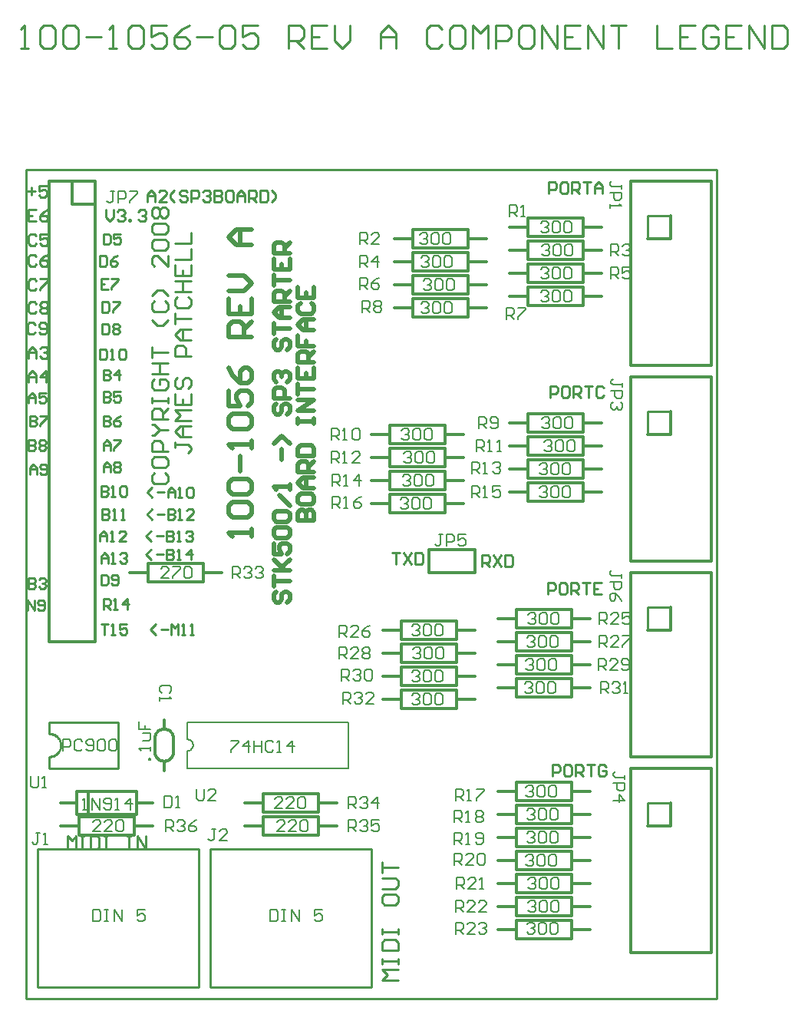
<source format=gto>
*%FSLAX24Y24*%
*%MOIN*%
G01*
%ADD11C,0.0073*%
%ADD12C,0.0080*%
%ADD13C,0.0100*%
%ADD14C,0.0120*%
%ADD15C,0.0200*%
%ADD16C,0.0300*%
%ADD17C,0.0360*%
%ADD18C,0.0500*%
%ADD19C,0.0500*%
%ADD20C,0.0560*%
%ADD21C,0.0620*%
%ADD22C,0.0660*%
%ADD23C,0.0680*%
%ADD24C,0.0700*%
%ADD25C,0.1000*%
%ADD26C,0.1060*%
%ADD27C,0.1400*%
%ADD28C,0.1600*%
%ADD29C,0.2500*%
%ADD30C,0.2500*%
%ADD31R,0.0620X0.0620*%
%ADD32R,0.0680X0.0680*%
D12*
X101910Y86007D02*
Y86173D01*
Y86090D01*
X101493D01*
X101410Y86173D01*
Y86257D01*
X101493Y86340D01*
X101410Y85840D02*
X101910D01*
Y85590D01*
X101827Y85507D01*
X101660D01*
X101577Y85590D01*
Y85840D01*
X101827Y85340D02*
X101910Y85257D01*
Y85090D01*
X101827Y85007D01*
X101743D01*
X101744D01*
X101743D02*
X101744D01*
X101743D02*
X101744D01*
X101743D02*
X101660Y85090D01*
Y85174D01*
Y85090D01*
X101577Y85007D01*
X101493D01*
X101410Y85090D01*
Y85257D01*
X101493Y85340D01*
X101860Y94607D02*
Y94773D01*
Y94690D01*
X101443D01*
X101360Y94773D01*
Y94857D01*
X101443Y94940D01*
X101360Y94440D02*
X101860D01*
Y94190D01*
X101777Y94107D01*
X101610D01*
X101527Y94190D01*
Y94440D01*
X101360Y93940D02*
Y93774D01*
Y93857D01*
X101860D01*
X101861D01*
X101860D02*
X101777Y93940D01*
X102010Y69123D02*
Y68957D01*
Y69040D02*
Y69123D01*
Y69040D02*
X101593D01*
X101510Y69123D01*
Y69207D01*
X101593Y69290D01*
X101510Y68790D02*
X102010D01*
Y68540D01*
X101927Y68457D01*
X101760D01*
X101677Y68540D01*
Y68790D01*
X101510Y68040D02*
X102010D01*
X101760Y68290D01*
Y67957D01*
X101860Y77707D02*
Y77873D01*
Y77790D01*
X101443D01*
X101360Y77873D01*
Y77957D01*
X101443Y78040D01*
X101360Y77540D02*
X101860D01*
Y77290D01*
X101777Y77207D01*
X101610D01*
X101527Y77290D01*
Y77540D01*
X101777Y76874D02*
X101860Y76707D01*
X101777Y76874D02*
X101610Y77040D01*
X101443D01*
X101360Y76957D01*
Y76790D01*
X101443Y76707D01*
X101527D01*
X101610Y76790D01*
Y77040D01*
X92393Y84190D02*
X92310Y84107D01*
X92393Y84190D02*
X92560D01*
X92643Y84107D01*
Y84023D01*
X92644D01*
X92643D02*
X92644D01*
X92643D02*
X92644D01*
X92643D02*
X92560Y83940D01*
X92477D01*
X92560D01*
X92643Y83857D01*
Y83773D01*
X92560Y83690D01*
X92393D01*
X92310Y83773D01*
X92810Y84107D02*
X92893Y84190D01*
X93060D01*
X93143Y84107D01*
Y83773D01*
X93060Y83690D01*
X92893D01*
X92810Y83773D01*
Y84107D01*
X93310D02*
X93393Y84190D01*
X93560D01*
X93643Y84107D01*
Y83773D01*
X93560Y83690D01*
X93393D01*
X93310Y83773D01*
Y84107D01*
X89260Y84190D02*
Y83690D01*
Y84190D02*
X89510D01*
X89593Y84107D01*
Y83940D01*
X89510Y83857D01*
X89260D01*
X89427D02*
X89593Y83690D01*
X89760D02*
X89926D01*
X89843D01*
Y84190D01*
X89844D01*
X89843D02*
X89760Y84107D01*
X90176D02*
X90260Y84190D01*
X90426D01*
X90510Y84107D01*
Y83773D01*
X90426Y83690D01*
X90260D01*
X90176Y83773D01*
Y84107D01*
X92410Y83107D02*
X92493Y83190D01*
X92660D01*
X92743Y83107D01*
Y83023D01*
X92744D01*
X92743D02*
X92744D01*
X92743D02*
X92744D01*
X92743D02*
X92660Y82940D01*
X92577D01*
X92660D01*
X92743Y82857D01*
Y82773D01*
X92660Y82690D01*
X92493D01*
X92410Y82773D01*
X92910Y83107D02*
X92993Y83190D01*
X93160D01*
X93243Y83107D01*
Y82773D01*
X93160Y82690D01*
X92993D01*
X92910Y82773D01*
Y83107D01*
X93410D02*
X93493Y83190D01*
X93660D01*
X93743Y83107D01*
Y82773D01*
X93660Y82690D01*
X93493D01*
X93410Y82773D01*
Y83107D01*
X89260Y83190D02*
Y82690D01*
Y83190D02*
X89510D01*
X89593Y83107D01*
Y82940D01*
X89510Y82857D01*
X89260D01*
X89427D02*
X89593Y82690D01*
X89760D02*
X89926D01*
X89843D01*
Y83190D01*
X89844D01*
X89843D02*
X89760Y83107D01*
X90176Y82690D02*
X90510D01*
X90176D02*
X90510Y83023D01*
Y83107D01*
X90426Y83190D01*
X90260D01*
X90176Y83107D01*
X92360Y82107D02*
X92443Y82190D01*
X92610D01*
X92693Y82107D01*
Y82023D01*
X92694D01*
X92693D02*
X92694D01*
X92693D02*
X92694D01*
X92693D02*
X92610Y81940D01*
X92527D01*
X92610D01*
X92693Y81857D01*
Y81773D01*
X92610Y81690D01*
X92443D01*
X92360Y81773D01*
X92860Y82107D02*
X92943Y82190D01*
X93110D01*
X93193Y82107D01*
Y81773D01*
X93110Y81690D01*
X92943D01*
X92860Y81773D01*
Y82107D01*
X93360D02*
X93443Y82190D01*
X93610D01*
X93693Y82107D01*
Y81773D01*
X93610Y81690D01*
X93443D01*
X93360Y81773D01*
Y82107D01*
X89310Y82190D02*
Y81690D01*
Y82190D02*
X89560D01*
X89643Y82107D01*
Y81940D01*
X89560Y81857D01*
X89310D01*
X89477D02*
X89643Y81690D01*
X89810D02*
X89976D01*
X89893D01*
Y82190D01*
X89894D01*
X89893D02*
X89810Y82107D01*
X90476Y82190D02*
Y81690D01*
X90226Y81940D02*
X90476Y82190D01*
X90560Y81940D02*
X90226D01*
X92260Y81107D02*
X92343Y81190D01*
X92510D01*
X92593Y81107D01*
Y81023D01*
X92594D01*
X92593D02*
X92594D01*
X92593D02*
X92594D01*
X92593D02*
X92510Y80940D01*
X92427D01*
X92510D01*
X92593Y80857D01*
Y80773D01*
X92510Y80690D01*
X92343D01*
X92260Y80773D01*
X92760Y81107D02*
X92843Y81190D01*
X93010D01*
X93093Y81107D01*
Y80773D01*
X93010Y80690D01*
X92843D01*
X92760Y80773D01*
Y81107D01*
X93260D02*
X93343Y81190D01*
X93510D01*
X93593Y81107D01*
Y80773D01*
X93510Y80690D01*
X93343D01*
X93260Y80773D01*
Y81107D01*
X89310Y81240D02*
Y80740D01*
Y81240D02*
X89560D01*
X89643Y81157D01*
Y80990D01*
X89560Y80907D01*
X89310D01*
X89477D02*
X89643Y80740D01*
X89810D02*
X89976D01*
X89893D01*
Y81240D01*
X89894D01*
X89893D02*
X89810Y81157D01*
X90393D02*
X90560Y81240D01*
X90393Y81157D02*
X90226Y80990D01*
Y80823D01*
X90310Y80740D01*
X90476D01*
X90560Y80823D01*
Y80907D01*
X90476Y80990D01*
X90226D01*
X93110Y92607D02*
X93193Y92690D01*
X93360D01*
X93443Y92607D01*
Y92523D01*
X93444D01*
X93443D02*
X93444D01*
X93443D02*
X93444D01*
X93443D02*
X93360Y92440D01*
X93277D01*
X93360D01*
X93443Y92357D01*
Y92273D01*
X93360Y92190D01*
X93193D01*
X93110Y92273D01*
X93610Y92607D02*
X93693Y92690D01*
X93860D01*
X93943Y92607D01*
Y92273D01*
X93860Y92190D01*
X93693D01*
X93610Y92273D01*
Y92607D01*
X94110D02*
X94193Y92690D01*
X94360D01*
X94443Y92607D01*
Y92273D01*
X94360Y92190D01*
X94193D01*
X94110Y92273D01*
Y92607D01*
X90510Y92690D02*
Y92190D01*
Y92690D02*
X90760D01*
X90843Y92607D01*
Y92440D01*
X90760Y92357D01*
X90510D01*
X90677D02*
X90843Y92190D01*
X91010D02*
X91343D01*
X91010D02*
X91343Y92523D01*
Y92607D01*
X91260Y92690D01*
X91093D01*
X91010Y92607D01*
X93260Y90607D02*
X93343Y90690D01*
X93510D01*
X93593Y90607D01*
Y90523D01*
X93594D01*
X93593D02*
X93594D01*
X93593D02*
X93594D01*
X93593D02*
X93510Y90440D01*
X93427D01*
X93510D01*
X93593Y90357D01*
Y90273D01*
X93510Y90190D01*
X93343D01*
X93260Y90273D01*
X93760Y90607D02*
X93843Y90690D01*
X94010D01*
X94093Y90607D01*
Y90273D01*
X94010Y90190D01*
X93843D01*
X93760Y90273D01*
Y90607D01*
X94260D02*
X94343Y90690D01*
X94510D01*
X94593Y90607D01*
Y90273D01*
X94510Y90190D01*
X94343D01*
X94260Y90273D01*
Y90607D01*
X90510Y90740D02*
Y90240D01*
Y90740D02*
X90760D01*
X90843Y90657D01*
Y90490D01*
X90760Y90407D01*
X90510D01*
X90677D02*
X90843Y90240D01*
X91176Y90657D02*
X91343Y90740D01*
X91176Y90657D02*
X91010Y90490D01*
Y90323D01*
X91093Y90240D01*
X91260D01*
X91343Y90323D01*
Y90407D01*
X91260Y90490D01*
X91010D01*
X93160Y89607D02*
X93243Y89690D01*
X93410D01*
X93493Y89607D01*
Y89523D01*
X93494D01*
X93493D02*
X93494D01*
X93493D02*
X93494D01*
X93493D02*
X93410Y89440D01*
X93327D01*
X93410D01*
X93493Y89357D01*
Y89273D01*
X93410Y89190D01*
X93243D01*
X93160Y89273D01*
X93660Y89607D02*
X93743Y89690D01*
X93910D01*
X93993Y89607D01*
Y89273D01*
X93910Y89190D01*
X93743D01*
X93660Y89273D01*
Y89607D01*
X94160D02*
X94243Y89690D01*
X94410D01*
X94493Y89607D01*
Y89273D01*
X94410Y89190D01*
X94243D01*
X94160Y89273D01*
Y89607D01*
X90610Y89740D02*
Y89240D01*
Y89740D02*
X90860D01*
X90943Y89657D01*
Y89490D01*
X90860Y89407D01*
X90610D01*
X90777D02*
X90943Y89240D01*
X91110Y89657D02*
X91193Y89740D01*
X91360D01*
X91443Y89657D01*
Y89573D01*
X91360Y89490D01*
X91443Y89407D01*
Y89323D01*
X91360Y89240D01*
X91193D01*
X91110Y89323D01*
Y89407D01*
X91193Y89490D01*
X91110Y89573D01*
Y89657D01*
X91193Y89490D02*
X91360D01*
X98360Y93107D02*
X98443Y93190D01*
X98610D01*
X98693Y93107D01*
Y93023D01*
X98694D01*
X98693D02*
X98694D01*
X98693D02*
X98694D01*
X98693D02*
X98610Y92940D01*
X98527D01*
X98610D01*
X98693Y92857D01*
Y92773D01*
X98610Y92690D01*
X98443D01*
X98360Y92773D01*
X98860Y93107D02*
X98943Y93190D01*
X99110D01*
X99193Y93107D01*
Y92773D01*
X99110Y92690D01*
X98943D01*
X98860Y92773D01*
Y93107D01*
X99360D02*
X99443Y93190D01*
X99610D01*
X99693Y93107D01*
Y92773D01*
X99610Y92690D01*
X99443D01*
X99360Y92773D01*
Y93107D01*
X97010Y93390D02*
Y93890D01*
X97260D01*
X97343Y93807D01*
Y93640D01*
X97260Y93557D01*
X97010D01*
X97177D02*
X97343Y93390D01*
X97510D02*
X97676D01*
X97593D01*
Y93890D01*
X97594D01*
X97593D02*
X97510Y93807D01*
X98393Y82690D02*
X98310Y82607D01*
X98393Y82690D02*
X98560D01*
X98643Y82607D01*
Y82523D01*
X98644D01*
X98643D02*
X98644D01*
X98643D02*
X98644D01*
X98643D02*
X98560Y82440D01*
X98477D01*
X98560D01*
X98643Y82357D01*
Y82273D01*
X98560Y82190D01*
X98393D01*
X98310Y82273D01*
X98810Y82607D02*
X98893Y82690D01*
X99060D01*
X99143Y82607D01*
Y82273D01*
X99060Y82190D01*
X98893D01*
X98810Y82273D01*
Y82607D01*
X99310D02*
X99393Y82690D01*
X99560D01*
X99643Y82607D01*
Y82273D01*
X99560Y82190D01*
X99393D01*
X99310Y82273D01*
Y82607D01*
X95360Y82740D02*
Y82240D01*
Y82740D02*
X95610D01*
X95693Y82657D01*
Y82490D01*
X95610Y82407D01*
X95360D01*
X95527D02*
X95693Y82240D01*
X95860D02*
X96026D01*
X95943D01*
Y82740D01*
X95944D01*
X95943D02*
X95860Y82657D01*
X96276D02*
X96360Y82740D01*
X96526D01*
X96610Y82657D01*
Y82573D01*
X96611D01*
X96610D02*
X96611D01*
X96610D02*
X96611D01*
X96610D02*
X96526Y82490D01*
X96443D01*
X96526D01*
X96610Y82407D01*
Y82323D01*
X96526Y82240D01*
X96360D01*
X96276Y82323D01*
X98510Y83607D02*
X98593Y83690D01*
X98760D01*
X98843Y83607D01*
Y83523D01*
X98844D01*
X98843D02*
X98844D01*
X98843D02*
X98844D01*
X98843D02*
X98760Y83440D01*
X98677D01*
X98760D01*
X98843Y83357D01*
Y83273D01*
X98760Y83190D01*
X98593D01*
X98510Y83273D01*
X99010Y83607D02*
X99093Y83690D01*
X99260D01*
X99343Y83607D01*
Y83273D01*
X99260Y83190D01*
X99093D01*
X99010Y83273D01*
Y83607D01*
X99510D02*
X99593Y83690D01*
X99760D01*
X99843Y83607D01*
Y83273D01*
X99760Y83190D01*
X99593D01*
X99510Y83273D01*
Y83607D01*
X95560Y83690D02*
Y83190D01*
Y83690D02*
X95810D01*
X95893Y83607D01*
Y83440D01*
X95810Y83357D01*
X95560D01*
X95727D02*
X95893Y83190D01*
X96060D02*
X96226D01*
X96143D01*
Y83690D01*
X96144D01*
X96143D02*
X96060Y83607D01*
X96476Y83190D02*
X96643D01*
X96560D01*
Y83690D01*
X96561D01*
X96560D02*
X96476Y83607D01*
X98410Y84607D02*
X98493Y84690D01*
X98660D01*
X98743Y84607D01*
Y84523D01*
X98744D01*
X98743D02*
X98744D01*
X98743D02*
X98744D01*
X98743D02*
X98660Y84440D01*
X98577D01*
X98660D01*
X98743Y84357D01*
Y84273D01*
X98660Y84190D01*
X98493D01*
X98410Y84273D01*
X98910Y84607D02*
X98993Y84690D01*
X99160D01*
X99243Y84607D01*
Y84273D01*
X99160Y84190D01*
X98993D01*
X98910Y84273D01*
Y84607D01*
X99410D02*
X99493Y84690D01*
X99660D01*
X99743Y84607D01*
Y84273D01*
X99660Y84190D01*
X99493D01*
X99410Y84273D01*
Y84607D01*
X95660Y84690D02*
Y84190D01*
Y84690D02*
X95910D01*
X95993Y84607D01*
Y84440D01*
X95910Y84357D01*
X95660D01*
X95827D02*
X95993Y84190D01*
X96160Y84273D02*
X96243Y84190D01*
X96410D01*
X96493Y84273D01*
Y84607D01*
X96410Y84690D01*
X96243D01*
X96160Y84607D01*
Y84523D01*
X96243Y84440D01*
X96493D01*
X98393Y81690D02*
X98310Y81607D01*
X98393Y81690D02*
X98560D01*
X98643Y81607D01*
Y81523D01*
X98644D01*
X98643D02*
X98644D01*
X98643D02*
X98644D01*
X98643D02*
X98560Y81440D01*
X98477D01*
X98560D01*
X98643Y81357D01*
Y81273D01*
X98560Y81190D01*
X98393D01*
X98310Y81273D01*
X98810Y81607D02*
X98893Y81690D01*
X99060D01*
X99143Y81607D01*
Y81273D01*
X99060Y81190D01*
X98893D01*
X98810Y81273D01*
Y81607D01*
X99310D02*
X99393Y81690D01*
X99560D01*
X99643Y81607D01*
Y81273D01*
X99560Y81190D01*
X99393D01*
X99310Y81273D01*
Y81607D01*
X95360Y81690D02*
Y81190D01*
Y81690D02*
X95610D01*
X95693Y81607D01*
Y81440D01*
X95610Y81357D01*
X95360D01*
X95527D02*
X95693Y81190D01*
X95860D02*
X96026D01*
X95943D01*
Y81690D01*
X95944D01*
X95943D02*
X95860Y81607D01*
X96276Y81690D02*
X96610D01*
X96276D02*
Y81440D01*
X96443Y81523D01*
X96526D01*
X96610Y81440D01*
Y81273D01*
X96526Y81190D01*
X96360D01*
X96276Y81273D01*
X98410Y92107D02*
X98493Y92190D01*
X98660D01*
X98743Y92107D01*
Y92023D01*
X98744D01*
X98743D02*
X98744D01*
X98743D02*
X98744D01*
X98743D02*
X98660Y91940D01*
X98577D01*
X98660D01*
X98743Y91857D01*
Y91773D01*
X98660Y91690D01*
X98493D01*
X98410Y91773D01*
X98910Y92107D02*
X98993Y92190D01*
X99160D01*
X99243Y92107D01*
Y91773D01*
X99160Y91690D01*
X98993D01*
X98910Y91773D01*
Y92107D01*
X99410D02*
X99493Y92190D01*
X99660D01*
X99743Y92107D01*
Y91773D01*
X99660Y91690D01*
X99493D01*
X99410Y91773D01*
Y92107D01*
X101410Y92190D02*
Y91690D01*
Y92190D02*
X101660D01*
X101743Y92107D01*
Y91940D01*
X101660Y91857D01*
X101410D01*
X101577D02*
X101743Y91690D01*
X101910Y92107D02*
X101993Y92190D01*
X102160D01*
X102243Y92107D01*
Y92023D01*
X102244D01*
X102243D02*
X102244D01*
X102243D02*
X102244D01*
X102243D02*
X102160Y91940D01*
X102076D01*
X102160D01*
X102243Y91857D01*
Y91773D01*
X102160Y91690D01*
X101993D01*
X101910Y91773D01*
X98443Y91190D02*
X98360Y91107D01*
X98443Y91190D02*
X98610D01*
X98693Y91107D01*
Y91023D01*
X98694D01*
X98693D02*
X98694D01*
X98693D02*
X98694D01*
X98693D02*
X98610Y90940D01*
X98527D01*
X98610D01*
X98693Y90857D01*
Y90773D01*
X98610Y90690D01*
X98443D01*
X98360Y90773D01*
X98860Y91107D02*
X98943Y91190D01*
X99110D01*
X99193Y91107D01*
Y90773D01*
X99110Y90690D01*
X98943D01*
X98860Y90773D01*
Y91107D01*
X99360D02*
X99443Y91190D01*
X99610D01*
X99693Y91107D01*
Y90773D01*
X99610Y90690D01*
X99443D01*
X99360Y90773D01*
Y91107D01*
X101410Y91190D02*
Y90690D01*
Y91190D02*
X101660D01*
X101743Y91107D01*
Y90940D01*
X101660Y90857D01*
X101410D01*
X101577D02*
X101743Y90690D01*
X101910Y91190D02*
X102243D01*
X101910D02*
Y90940D01*
X102076Y91023D01*
X102160D01*
X102243Y90940D01*
Y90773D01*
X102160Y90690D01*
X101993D01*
X101910Y90773D01*
X98443Y90190D02*
X98360Y90107D01*
X98443Y90190D02*
X98610D01*
X98693Y90107D01*
Y90023D01*
X98694D01*
X98693D02*
X98694D01*
X98693D02*
X98694D01*
X98693D02*
X98610Y89940D01*
X98527D01*
X98610D01*
X98693Y89857D01*
Y89773D01*
X98610Y89690D01*
X98443D01*
X98360Y89773D01*
X98860Y90107D02*
X98943Y90190D01*
X99110D01*
X99193Y90107D01*
Y89773D01*
X99110Y89690D01*
X98943D01*
X98860Y89773D01*
Y90107D01*
X99360D02*
X99443Y90190D01*
X99610D01*
X99693Y90107D01*
Y89773D01*
X99610Y89690D01*
X99443D01*
X99360Y89773D01*
Y90107D01*
X96860Y89440D02*
Y88940D01*
Y89440D02*
X97110D01*
X97193Y89357D01*
Y89190D01*
X97110Y89107D01*
X96860D01*
X97027D02*
X97193Y88940D01*
X97360Y89440D02*
X97693D01*
Y89357D01*
X97360Y89023D01*
Y88940D01*
X93243Y91690D02*
X93160Y91607D01*
X93243Y91690D02*
X93410D01*
X93493Y91607D01*
Y91523D01*
X93494D01*
X93493D02*
X93494D01*
X93493D02*
X93494D01*
X93493D02*
X93410Y91440D01*
X93327D01*
X93410D01*
X93493Y91357D01*
Y91273D01*
X93410Y91190D01*
X93243D01*
X93160Y91273D01*
X93660Y91607D02*
X93743Y91690D01*
X93910D01*
X93993Y91607D01*
Y91273D01*
X93910Y91190D01*
X93743D01*
X93660Y91273D01*
Y91607D01*
X94160D02*
X94243Y91690D01*
X94410D01*
X94493Y91607D01*
Y91273D01*
X94410Y91190D01*
X94243D01*
X94160Y91273D01*
Y91607D01*
X90510Y91690D02*
Y91190D01*
Y91690D02*
X90760D01*
X90843Y91607D01*
Y91440D01*
X90760Y91357D01*
X90510D01*
X90677D02*
X90843Y91190D01*
X91260D02*
Y91690D01*
X91010Y91440D01*
X91343D01*
X81410Y69790D02*
X81327D01*
Y69873D01*
X81410D01*
Y69790D01*
Y70207D02*
Y70373D01*
Y70290D01*
X80910D01*
X80911D01*
X80910D02*
X80993Y70207D01*
X81077Y70623D02*
X81327D01*
X81410Y70706D01*
Y70956D01*
X81077D01*
X80910Y71123D02*
Y71456D01*
Y71123D02*
X81160D01*
Y71290D01*
Y71123D01*
X81410D01*
X82227Y72707D02*
X82310Y72790D01*
Y72957D01*
X82227Y73040D01*
X81893D01*
X81810Y72957D01*
Y72790D01*
X81893Y72707D01*
X81810Y72540D02*
Y72374D01*
Y72457D01*
X82310D01*
X82311D01*
X82310D02*
X82227Y72540D01*
X83010Y70690D02*
X83043Y70688D01*
X83075Y70681D01*
X83106Y70671D01*
X83135Y70657D01*
X83162Y70638D01*
X83187Y70617D01*
X83208Y70592D01*
X83227Y70565D01*
X83241Y70536D01*
X83251Y70505D01*
X83258Y70473D01*
X83260Y70440D01*
X83258Y70407D01*
X83251Y70375D01*
X83241Y70344D01*
X83227Y70315D01*
X83208Y70288D01*
X83187Y70263D01*
X83162Y70242D01*
X83135Y70223D01*
X83106Y70209D01*
X83075Y70199D01*
X83043Y70192D01*
X83010Y70190D01*
Y69440D01*
Y70690D02*
Y71440D01*
X90010D02*
Y69440D01*
Y71440D02*
X83010D01*
Y69440D02*
X90010D01*
X85243Y70640D02*
X84910D01*
X85243D02*
Y70557D01*
X84910Y70223D01*
Y70140D01*
X85660D02*
Y70640D01*
X85410Y70390D01*
X85743D01*
X85910Y70640D02*
Y70140D01*
Y70390D01*
X86243D01*
Y70640D01*
Y70140D01*
X86659Y70640D02*
X86743Y70557D01*
X86659Y70640D02*
X86493D01*
X86410Y70557D01*
Y70223D01*
X86493Y70140D01*
X86659D01*
X86743Y70223D01*
X86909Y70140D02*
X87076D01*
X86993D01*
Y70640D01*
X86994D01*
X86993D02*
X86909Y70557D01*
X87576Y70640D02*
Y70140D01*
X87326Y70390D02*
X87576Y70640D01*
X87659Y70390D02*
X87326D01*
X83410Y68540D02*
Y68123D01*
X83493Y68040D01*
X83660D01*
X83743Y68123D01*
Y68540D01*
X83910Y68040D02*
X84243D01*
X83910D02*
X84243Y68373D01*
Y68457D01*
X84160Y68540D01*
X83993D01*
X83910Y68457D01*
X86810Y67690D02*
X87143D01*
X86810D02*
X87143Y68023D01*
Y68107D01*
X87060Y68190D01*
X86893D01*
X86810Y68107D01*
X87310Y67690D02*
X87643D01*
X87310D02*
X87643Y68023D01*
Y68107D01*
X87560Y68190D01*
X87393D01*
X87310Y68107D01*
X87810D02*
X87893Y68190D01*
X88060D01*
X88143Y68107D01*
Y67773D01*
X88060Y67690D01*
X87893D01*
X87810Y67773D01*
Y68107D01*
X90010Y68190D02*
Y67690D01*
Y68190D02*
X90260D01*
X90343Y68107D01*
Y67940D01*
X90260Y67857D01*
X90010D01*
X90177D02*
X90343Y67690D01*
X90510Y68107D02*
X90593Y68190D01*
X90760D01*
X90843Y68107D01*
Y68023D01*
X90844D01*
X90843D02*
X90844D01*
X90843D02*
X90844D01*
X90843D02*
X90760Y67940D01*
X90676D01*
X90760D01*
X90843Y67857D01*
Y67773D01*
X90760Y67690D01*
X90593D01*
X90510Y67773D01*
X91260Y67690D02*
Y68190D01*
X91010Y67940D01*
X91343D01*
X87243Y66690D02*
X86910D01*
X87243Y67023D01*
Y67107D01*
X87160Y67190D01*
X86993D01*
X86910Y67107D01*
X87410Y66690D02*
X87743D01*
X87410D02*
X87743Y67023D01*
Y67107D01*
X87660Y67190D01*
X87493D01*
X87410Y67107D01*
X87910D02*
X87993Y67190D01*
X88160D01*
X88243Y67107D01*
Y66773D01*
X88160Y66690D01*
X87993D01*
X87910Y66773D01*
Y67107D01*
X90010Y67190D02*
Y66690D01*
Y67190D02*
X90260D01*
X90343Y67107D01*
Y66940D01*
X90260Y66857D01*
X90010D01*
X90177D02*
X90343Y66690D01*
X90510Y67107D02*
X90593Y67190D01*
X90760D01*
X90843Y67107D01*
Y67023D01*
X90844D01*
X90843D02*
X90844D01*
X90843D02*
X90844D01*
X90843D02*
X90760Y66940D01*
X90676D01*
X90760D01*
X90843Y66857D01*
Y66773D01*
X90760Y66690D01*
X90593D01*
X90510Y66773D01*
X91010Y67190D02*
X91343D01*
X91010D02*
Y66940D01*
X91176Y67023D01*
X91260D01*
X91343Y66940D01*
Y66773D01*
X91260Y66690D01*
X91093D01*
X91010Y66773D01*
X92760Y75607D02*
X92843Y75690D01*
X93010D01*
X93093Y75607D01*
Y75523D01*
X93094D01*
X93093D02*
X93094D01*
X93093D02*
X93094D01*
X93093D02*
X93010Y75440D01*
X92927D01*
X93010D01*
X93093Y75357D01*
Y75273D01*
X93010Y75190D01*
X92843D01*
X92760Y75273D01*
X93260Y75607D02*
X93343Y75690D01*
X93510D01*
X93593Y75607D01*
Y75273D01*
X93510Y75190D01*
X93343D01*
X93260Y75273D01*
Y75607D01*
X93760D02*
X93843Y75690D01*
X94010D01*
X94093Y75607D01*
Y75273D01*
X94010Y75190D01*
X93843D01*
X93760Y75273D01*
Y75607D01*
X89610Y75640D02*
Y75140D01*
Y75640D02*
X89860D01*
X89943Y75557D01*
Y75390D01*
X89860Y75307D01*
X89610D01*
X89777D02*
X89943Y75140D01*
X90110D02*
X90443D01*
X90110D02*
X90443Y75473D01*
Y75557D01*
X90360Y75640D01*
X90193D01*
X90110Y75557D01*
X90776D02*
X90943Y75640D01*
X90776Y75557D02*
X90610Y75390D01*
Y75223D01*
X90693Y75140D01*
X90860D01*
X90943Y75223D01*
Y75307D01*
X90860Y75390D01*
X90610D01*
X92810Y74607D02*
X92893Y74690D01*
X93060D01*
X93143Y74607D01*
Y74523D01*
X93144D01*
X93143D02*
X93144D01*
X93143D02*
X93144D01*
X93143D02*
X93060Y74440D01*
X92977D01*
X93060D01*
X93143Y74357D01*
Y74273D01*
X93060Y74190D01*
X92893D01*
X92810Y74273D01*
X93310Y74607D02*
X93393Y74690D01*
X93560D01*
X93643Y74607D01*
Y74273D01*
X93560Y74190D01*
X93393D01*
X93310Y74273D01*
Y74607D01*
X93810D02*
X93893Y74690D01*
X94060D01*
X94143Y74607D01*
Y74273D01*
X94060Y74190D01*
X93893D01*
X93810Y74273D01*
Y74607D01*
X89610Y74690D02*
Y74190D01*
Y74690D02*
X89860D01*
X89943Y74607D01*
Y74440D01*
X89860Y74357D01*
X89610D01*
X89777D02*
X89943Y74190D01*
X90110D02*
X90443D01*
X90110D02*
X90443Y74523D01*
Y74607D01*
X90360Y74690D01*
X90193D01*
X90110Y74607D01*
X90610D02*
X90693Y74690D01*
X90860D01*
X90943Y74607D01*
Y74523D01*
X90860Y74440D01*
X90943Y74357D01*
Y74273D01*
X90860Y74190D01*
X90693D01*
X90610Y74273D01*
Y74357D01*
X90693Y74440D01*
X90610Y74523D01*
Y74607D01*
X90693Y74440D02*
X90860D01*
X92760Y73607D02*
X92843Y73690D01*
X93010D01*
X93093Y73607D01*
Y73523D01*
X93094D01*
X93093D02*
X93094D01*
X93093D02*
X93094D01*
X93093D02*
X93010Y73440D01*
X92927D01*
X93010D01*
X93093Y73357D01*
Y73273D01*
X93010Y73190D01*
X92843D01*
X92760Y73273D01*
X93260Y73607D02*
X93343Y73690D01*
X93510D01*
X93593Y73607D01*
Y73273D01*
X93510Y73190D01*
X93343D01*
X93260Y73273D01*
Y73607D01*
X93760D02*
X93843Y73690D01*
X94010D01*
X94093Y73607D01*
Y73273D01*
X94010Y73190D01*
X93843D01*
X93760Y73273D01*
Y73607D01*
X89710Y73740D02*
Y73240D01*
Y73740D02*
X89960D01*
X90043Y73657D01*
Y73490D01*
X89960Y73407D01*
X89710D01*
X89877D02*
X90043Y73240D01*
X90210Y73657D02*
X90293Y73740D01*
X90460D01*
X90543Y73657D01*
Y73573D01*
X90544D01*
X90543D02*
X90544D01*
X90543D02*
X90544D01*
X90543D02*
X90460Y73490D01*
X90376D01*
X90460D01*
X90543Y73407D01*
Y73323D01*
X90460Y73240D01*
X90293D01*
X90210Y73323D01*
X90710Y73657D02*
X90793Y73740D01*
X90960D01*
X91043Y73657D01*
Y73323D01*
X90960Y73240D01*
X90793D01*
X90710Y73323D01*
Y73657D01*
X92760Y72607D02*
X92843Y72690D01*
X93010D01*
X93093Y72607D01*
Y72523D01*
X93094D01*
X93093D02*
X93094D01*
X93093D02*
X93094D01*
X93093D02*
X93010Y72440D01*
X92927D01*
X93010D01*
X93093Y72357D01*
Y72273D01*
X93010Y72190D01*
X92843D01*
X92760Y72273D01*
X93260Y72607D02*
X93343Y72690D01*
X93510D01*
X93593Y72607D01*
Y72273D01*
X93510Y72190D01*
X93343D01*
X93260Y72273D01*
Y72607D01*
X93760D02*
X93843Y72690D01*
X94010D01*
X94093Y72607D01*
Y72273D01*
X94010Y72190D01*
X93843D01*
X93760Y72273D01*
Y72607D01*
X89760Y72740D02*
Y72240D01*
Y72740D02*
X90010D01*
X90093Y72657D01*
Y72490D01*
X90010Y72407D01*
X89760D01*
X89927D02*
X90093Y72240D01*
X90260Y72657D02*
X90343Y72740D01*
X90510D01*
X90593Y72657D01*
Y72573D01*
X90594D01*
X90593D02*
X90594D01*
X90593D02*
X90594D01*
X90593D02*
X90510Y72490D01*
X90426D01*
X90510D01*
X90593Y72407D01*
Y72323D01*
X90510Y72240D01*
X90343D01*
X90260Y72323D01*
X90760Y72240D02*
X91093D01*
X90760D02*
X91093Y72573D01*
Y72657D01*
X91010Y72740D01*
X90843D01*
X90760Y72657D01*
X97710Y68607D02*
X97793Y68690D01*
X97960D01*
X98043Y68607D01*
Y68523D01*
X98044D01*
X98043D02*
X98044D01*
X98043D02*
X98044D01*
X98043D02*
X97960Y68440D01*
X97877D01*
X97960D01*
X98043Y68357D01*
Y68273D01*
X97960Y68190D01*
X97793D01*
X97710Y68273D01*
X98210Y68607D02*
X98293Y68690D01*
X98460D01*
X98543Y68607D01*
Y68273D01*
X98460Y68190D01*
X98293D01*
X98210Y68273D01*
Y68607D01*
X98710D02*
X98793Y68690D01*
X98960D01*
X99043Y68607D01*
Y68273D01*
X98960Y68190D01*
X98793D01*
X98710Y68273D01*
Y68607D01*
X94660Y68540D02*
Y68040D01*
Y68540D02*
X94910D01*
X94993Y68457D01*
Y68290D01*
X94910Y68207D01*
X94660D01*
X94827D02*
X94993Y68040D01*
X95160D02*
X95326D01*
X95243D01*
Y68540D01*
X95244D01*
X95243D02*
X95160Y68457D01*
X95576Y68540D02*
X95910D01*
Y68457D01*
X95576Y68123D01*
Y68040D01*
X97760Y67607D02*
X97843Y67690D01*
X98010D01*
X98093Y67607D01*
Y67523D01*
X98094D01*
X98093D02*
X98094D01*
X98093D02*
X98094D01*
X98093D02*
X98010Y67440D01*
X97927D01*
X98010D01*
X98093Y67357D01*
Y67273D01*
X98010Y67190D01*
X97843D01*
X97760Y67273D01*
X98260Y67607D02*
X98343Y67690D01*
X98510D01*
X98593Y67607D01*
Y67273D01*
X98510Y67190D01*
X98343D01*
X98260Y67273D01*
Y67607D01*
X98760D02*
X98843Y67690D01*
X99010D01*
X99093Y67607D01*
Y67273D01*
X99010Y67190D01*
X98843D01*
X98760Y67273D01*
Y67607D01*
X94610Y67590D02*
Y67090D01*
Y67590D02*
X94860D01*
X94943Y67507D01*
Y67340D01*
X94860Y67257D01*
X94610D01*
X94777D02*
X94943Y67090D01*
X95110D02*
X95276D01*
X95193D01*
Y67590D01*
X95194D01*
X95193D02*
X95110Y67507D01*
X95526D02*
X95610Y67590D01*
X95776D01*
X95860Y67507D01*
Y67423D01*
X95776Y67340D01*
X95860Y67257D01*
Y67173D01*
X95776Y67090D01*
X95610D01*
X95526Y67173D01*
Y67257D01*
X95610Y67340D01*
X95526Y67423D01*
Y67507D01*
X95610Y67340D02*
X95776D01*
X97660Y73107D02*
X97743Y73190D01*
X97910D01*
X97993Y73107D01*
Y73023D01*
X97994D01*
X97993D02*
X97994D01*
X97993D02*
X97994D01*
X97993D02*
X97910Y72940D01*
X97827D01*
X97910D01*
X97993Y72857D01*
Y72773D01*
X97910Y72690D01*
X97743D01*
X97660Y72773D01*
X98160Y73107D02*
X98243Y73190D01*
X98410D01*
X98493Y73107D01*
Y72773D01*
X98410Y72690D01*
X98243D01*
X98160Y72773D01*
Y73107D01*
X98660D02*
X98743Y73190D01*
X98910D01*
X98993Y73107D01*
Y72773D01*
X98910Y72690D01*
X98743D01*
X98660Y72773D01*
Y73107D01*
X100960Y73190D02*
Y72690D01*
Y73190D02*
X101210D01*
X101293Y73107D01*
Y72940D01*
X101210Y72857D01*
X100960D01*
X101127D02*
X101293Y72690D01*
X101460Y73107D02*
X101543Y73190D01*
X101710D01*
X101793Y73107D01*
Y73023D01*
X101794D01*
X101793D02*
X101794D01*
X101793D02*
X101794D01*
X101793D02*
X101710Y72940D01*
X101626D01*
X101710D01*
X101793Y72857D01*
Y72773D01*
X101710Y72690D01*
X101543D01*
X101460Y72773D01*
X101960Y72690D02*
X102126D01*
X102043D01*
Y73190D01*
X102044D01*
X102043D02*
X101960Y73107D01*
X97793Y74190D02*
X97710Y74107D01*
X97793Y74190D02*
X97960D01*
X98043Y74107D01*
Y74023D01*
X98044D01*
X98043D02*
X98044D01*
X98043D02*
X98044D01*
X98043D02*
X97960Y73940D01*
X97877D01*
X97960D01*
X98043Y73857D01*
Y73773D01*
X97960Y73690D01*
X97793D01*
X97710Y73773D01*
X98210Y74107D02*
X98293Y74190D01*
X98460D01*
X98543Y74107D01*
Y73773D01*
X98460Y73690D01*
X98293D01*
X98210Y73773D01*
Y74107D01*
X98710D02*
X98793Y74190D01*
X98960D01*
X99043Y74107D01*
Y73773D01*
X98960Y73690D01*
X98793D01*
X98710Y73773D01*
Y74107D01*
X100860Y74190D02*
Y73690D01*
Y74190D02*
X101110D01*
X101193Y74107D01*
Y73940D01*
X101110Y73857D01*
X100860D01*
X101027D02*
X101193Y73690D01*
X101360D02*
X101693D01*
X101360D02*
X101693Y74023D01*
Y74107D01*
X101610Y74190D01*
X101443D01*
X101360Y74107D01*
X101860Y73773D02*
X101943Y73690D01*
X102110D01*
X102193Y73773D01*
Y74107D01*
X102110Y74190D01*
X101943D01*
X101860Y74107D01*
Y74023D01*
X101943Y73940D01*
X102193D01*
X97843Y75190D02*
X97760Y75107D01*
X97843Y75190D02*
X98010D01*
X98093Y75107D01*
Y75023D01*
X98094D01*
X98093D02*
X98094D01*
X98093D02*
X98094D01*
X98093D02*
X98010Y74940D01*
X97927D01*
X98010D01*
X98093Y74857D01*
Y74773D01*
X98010Y74690D01*
X97843D01*
X97760Y74773D01*
X98260Y75107D02*
X98343Y75190D01*
X98510D01*
X98593Y75107D01*
Y74773D01*
X98510Y74690D01*
X98343D01*
X98260Y74773D01*
Y75107D01*
X98760D02*
X98843Y75190D01*
X99010D01*
X99093Y75107D01*
Y74773D01*
X99010Y74690D01*
X98843D01*
X98760Y74773D01*
Y75107D01*
X100910Y75190D02*
Y74690D01*
Y75190D02*
X101160D01*
X101243Y75107D01*
Y74940D01*
X101160Y74857D01*
X100910D01*
X101077D02*
X101243Y74690D01*
X101410D02*
X101743D01*
X101410D02*
X101743Y75023D01*
Y75107D01*
X101660Y75190D01*
X101493D01*
X101410Y75107D01*
X101910Y75190D02*
X102243D01*
Y75107D01*
X101910Y74773D01*
Y74690D01*
X97893Y76190D02*
X97810Y76107D01*
X97893Y76190D02*
X98060D01*
X98143Y76107D01*
Y76023D01*
X98144D01*
X98143D02*
X98144D01*
X98143D02*
X98144D01*
X98143D02*
X98060Y75940D01*
X97977D01*
X98060D01*
X98143Y75857D01*
Y75773D01*
X98060Y75690D01*
X97893D01*
X97810Y75773D01*
X98310Y76107D02*
X98393Y76190D01*
X98560D01*
X98643Y76107D01*
Y75773D01*
X98560Y75690D01*
X98393D01*
X98310Y75773D01*
Y76107D01*
X98810D02*
X98893Y76190D01*
X99060D01*
X99143Y76107D01*
Y75773D01*
X99060Y75690D01*
X98893D01*
X98810Y75773D01*
Y76107D01*
X100910Y76190D02*
Y75690D01*
Y76190D02*
X101160D01*
X101243Y76107D01*
Y75940D01*
X101160Y75857D01*
X100910D01*
X101077D02*
X101243Y75690D01*
X101410D02*
X101743D01*
X101410D02*
X101743Y76023D01*
Y76107D01*
X101660Y76190D01*
X101493D01*
X101410Y76107D01*
X101910Y76190D02*
X102243D01*
X101910D02*
Y75940D01*
X102076Y76023D01*
X102160D01*
X102243Y75940D01*
Y75773D01*
X102160Y75690D01*
X101993D01*
X101910Y75773D01*
X97793Y65690D02*
X97710Y65607D01*
X97793Y65690D02*
X97960D01*
X98043Y65607D01*
Y65523D01*
X98044D01*
X98043D02*
X98044D01*
X98043D02*
X98044D01*
X98043D02*
X97960Y65440D01*
X97877D01*
X97960D01*
X98043Y65357D01*
Y65273D01*
X97960Y65190D01*
X97793D01*
X97710Y65273D01*
X98210Y65607D02*
X98293Y65690D01*
X98460D01*
X98543Y65607D01*
Y65273D01*
X98460Y65190D01*
X98293D01*
X98210Y65273D01*
Y65607D01*
X98710D02*
X98793Y65690D01*
X98960D01*
X99043Y65607D01*
Y65273D01*
X98960Y65190D01*
X98793D01*
X98710Y65273D01*
Y65607D01*
X94610Y65740D02*
Y65240D01*
Y65740D02*
X94860D01*
X94943Y65657D01*
Y65490D01*
X94860Y65407D01*
X94610D01*
X94777D02*
X94943Y65240D01*
X95110D02*
X95443D01*
X95110D02*
X95443Y65573D01*
Y65657D01*
X95360Y65740D01*
X95193D01*
X95110Y65657D01*
X95610D02*
X95693Y65740D01*
X95860D01*
X95943Y65657D01*
Y65323D01*
X95860Y65240D01*
X95693D01*
X95610Y65323D01*
Y65657D01*
X97760Y66607D02*
X97843Y66690D01*
X98010D01*
X98093Y66607D01*
Y66523D01*
X98094D01*
X98093D02*
X98094D01*
X98093D02*
X98094D01*
X98093D02*
X98010Y66440D01*
X97927D01*
X98010D01*
X98093Y66357D01*
Y66273D01*
X98010Y66190D01*
X97843D01*
X97760Y66273D01*
X98260Y66607D02*
X98343Y66690D01*
X98510D01*
X98593Y66607D01*
Y66273D01*
X98510Y66190D01*
X98343D01*
X98260Y66273D01*
Y66607D01*
X98760D02*
X98843Y66690D01*
X99010D01*
X99093Y66607D01*
Y66273D01*
X99010Y66190D01*
X98843D01*
X98760Y66273D01*
Y66607D01*
X94610Y66640D02*
Y66140D01*
Y66640D02*
X94860D01*
X94943Y66557D01*
Y66390D01*
X94860Y66307D01*
X94610D01*
X94777D02*
X94943Y66140D01*
X95110D02*
X95276D01*
X95193D01*
Y66640D01*
X95194D01*
X95193D02*
X95110Y66557D01*
X95526Y66223D02*
X95610Y66140D01*
X95776D01*
X95860Y66223D01*
Y66557D01*
X95776Y66640D01*
X95610D01*
X95526Y66557D01*
Y66473D01*
X95610Y66390D01*
X95860D01*
X94093Y79590D02*
X93927D01*
X94010D01*
Y79173D01*
X93927Y79090D01*
X93843D01*
X93760Y79173D01*
X94260Y79090D02*
Y79590D01*
X94510D01*
X94593Y79507D01*
Y79340D01*
X94510Y79257D01*
X94260D01*
X94760Y79590D02*
X95093D01*
X94760D02*
Y79340D01*
X94926Y79423D01*
X95010D01*
X95093Y79340D01*
Y79173D01*
X95010Y79090D01*
X94843D01*
X94760Y79173D01*
X97893Y64690D02*
X97810Y64607D01*
X97893Y64690D02*
X98060D01*
X98143Y64607D01*
Y64523D01*
X98144D01*
X98143D02*
X98144D01*
X98143D02*
X98144D01*
X98143D02*
X98060Y64440D01*
X97977D01*
X98060D01*
X98143Y64357D01*
Y64273D01*
X98060Y64190D01*
X97893D01*
X97810Y64273D01*
X98310Y64607D02*
X98393Y64690D01*
X98560D01*
X98643Y64607D01*
Y64273D01*
X98560Y64190D01*
X98393D01*
X98310Y64273D01*
Y64607D01*
X98810D02*
X98893Y64690D01*
X99060D01*
X99143Y64607D01*
Y64273D01*
X99060Y64190D01*
X98893D01*
X98810Y64273D01*
Y64607D01*
X94710Y64690D02*
Y64190D01*
Y64690D02*
X94960D01*
X95043Y64607D01*
Y64440D01*
X94960Y64357D01*
X94710D01*
X94877D02*
X95043Y64190D01*
X95210D02*
X95543D01*
X95210D02*
X95543Y64523D01*
Y64607D01*
X95460Y64690D01*
X95293D01*
X95210Y64607D01*
X95710Y64190D02*
X95876D01*
X95793D01*
Y64690D01*
X95794D01*
X95793D02*
X95710Y64607D01*
X97810Y63607D02*
X97893Y63690D01*
X98060D01*
X98143Y63607D01*
Y63523D01*
X98144D01*
X98143D02*
X98144D01*
X98143D02*
X98144D01*
X98143D02*
X98060Y63440D01*
X97977D01*
X98060D01*
X98143Y63357D01*
Y63273D01*
X98060Y63190D01*
X97893D01*
X97810Y63273D01*
X98310Y63607D02*
X98393Y63690D01*
X98560D01*
X98643Y63607D01*
Y63273D01*
X98560Y63190D01*
X98393D01*
X98310Y63273D01*
Y63607D01*
X98810D02*
X98893Y63690D01*
X99060D01*
X99143Y63607D01*
Y63273D01*
X99060Y63190D01*
X98893D01*
X98810Y63273D01*
Y63607D01*
X94660Y63690D02*
Y63190D01*
Y63690D02*
X94910D01*
X94993Y63607D01*
Y63440D01*
X94910Y63357D01*
X94660D01*
X94827D02*
X94993Y63190D01*
X95160D02*
X95493D01*
X95160D02*
X95493Y63523D01*
Y63607D01*
X95410Y63690D01*
X95243D01*
X95160Y63607D01*
X95660Y63190D02*
X95993D01*
X95660D02*
X95993Y63523D01*
Y63607D01*
X95910Y63690D01*
X95743D01*
X95660Y63607D01*
X97760Y62657D02*
X97843Y62740D01*
X98010D01*
X98093Y62657D01*
Y62573D01*
X98094D01*
X98093D02*
X98094D01*
X98093D02*
X98094D01*
X98093D02*
X98010Y62490D01*
X97927D01*
X98010D01*
X98093Y62407D01*
Y62323D01*
X98010Y62240D01*
X97843D01*
X97760Y62323D01*
X98260Y62657D02*
X98343Y62740D01*
X98510D01*
X98593Y62657D01*
Y62323D01*
X98510Y62240D01*
X98343D01*
X98260Y62323D01*
Y62657D01*
X98760D02*
X98843Y62740D01*
X99010D01*
X99093Y62657D01*
Y62323D01*
X99010Y62240D01*
X98843D01*
X98760Y62323D01*
Y62657D01*
X94660Y62740D02*
Y62240D01*
Y62740D02*
X94910D01*
X94993Y62657D01*
Y62490D01*
X94910Y62407D01*
X94660D01*
X94827D02*
X94993Y62240D01*
X95160D02*
X95493D01*
X95160D02*
X95493Y62573D01*
Y62657D01*
X95410Y62740D01*
X95243D01*
X95160Y62657D01*
X95660D02*
X95743Y62740D01*
X95910D01*
X95993Y62657D01*
Y62573D01*
X95994D01*
X95993D02*
X95994D01*
X95993D02*
X95994D01*
X95993D02*
X95910Y62490D01*
X95826D01*
X95910D01*
X95993Y62407D01*
Y62323D01*
X95910Y62240D01*
X95743D01*
X95660Y62323D01*
X86610Y62790D02*
Y63290D01*
Y62790D02*
X86860D01*
X86943Y62873D01*
Y63207D01*
X86860Y63290D01*
X86610D01*
X87110D02*
X87276D01*
X87193D01*
Y62790D01*
X87110D01*
X87276D01*
X87526D02*
Y63290D01*
X87860Y62790D01*
Y63290D01*
X88526D02*
X88859D01*
X88526D02*
Y63040D01*
X88693Y63123D01*
X88776D01*
X88859Y63040D01*
Y62873D01*
X88776Y62790D01*
X88609D01*
X88526Y62873D01*
X84243Y66790D02*
X84077D01*
X84160D01*
Y66373D01*
X84077Y66290D01*
X83993D01*
X83910Y66373D01*
X84410Y66290D02*
X84743D01*
X84410D02*
X84743Y66623D01*
Y66707D01*
X84660Y66790D01*
X84493D01*
X84410Y66707D01*
X79843Y94490D02*
X79677D01*
X79760D01*
Y94073D01*
X79677Y93990D01*
X79593D01*
X79510Y94073D01*
X80010Y93990D02*
Y94490D01*
X80260D01*
X80343Y94407D01*
Y94240D01*
X80260Y94157D01*
X80010D01*
X80510Y94490D02*
X80843D01*
Y94407D01*
X80510Y94073D01*
Y93990D01*
X81860Y77690D02*
X82193D01*
X81860D02*
X82193Y78023D01*
Y78107D01*
X82110Y78190D01*
X81943D01*
X81860Y78107D01*
X82360Y78190D02*
X82693D01*
Y78107D01*
X82360Y77773D01*
Y77690D01*
X82860Y78107D02*
X82943Y78190D01*
X83110D01*
X83193Y78107D01*
Y77773D01*
X83110Y77690D01*
X82943D01*
X82860Y77773D01*
Y78107D01*
X84960Y78190D02*
Y77690D01*
Y78190D02*
X85210D01*
X85293Y78107D01*
Y77940D01*
X85210Y77857D01*
X84960D01*
X85127D02*
X85293Y77690D01*
X85460Y78107D02*
X85543Y78190D01*
X85710D01*
X85793Y78107D01*
Y78023D01*
X85794D01*
X85793D02*
X85794D01*
X85793D02*
X85794D01*
X85793D02*
X85710Y77940D01*
X85626D01*
X85710D01*
X85793Y77857D01*
Y77773D01*
X85710Y77690D01*
X85543D01*
X85460Y77773D01*
X85960Y78107D02*
X86043Y78190D01*
X86210D01*
X86293Y78107D01*
Y78023D01*
X86294D01*
X86293D02*
X86294D01*
X86293D02*
X86294D01*
X86293D02*
X86210Y77940D01*
X86126D01*
X86210D01*
X86293Y77857D01*
Y77773D01*
X86210Y77690D01*
X86043D01*
X85960Y77773D01*
X79243Y66690D02*
X78910D01*
X79243Y67023D01*
Y67107D01*
X79160Y67190D01*
X78993D01*
X78910Y67107D01*
X79410Y66690D02*
X79743D01*
X79410D02*
X79743Y67023D01*
Y67107D01*
X79660Y67190D01*
X79493D01*
X79410Y67107D01*
X79910D02*
X79993Y67190D01*
X80160D01*
X80243Y67107D01*
Y66773D01*
X80160Y66690D01*
X79993D01*
X79910Y66773D01*
Y67107D01*
X82060Y67190D02*
Y66690D01*
Y67190D02*
X82310D01*
X82393Y67107D01*
Y66940D01*
X82310Y66857D01*
X82060D01*
X82227D02*
X82393Y66690D01*
X82560Y67107D02*
X82643Y67190D01*
X82810D01*
X82893Y67107D01*
Y67023D01*
X82894D01*
X82893D02*
X82894D01*
X82893D02*
X82894D01*
X82893D02*
X82810Y66940D01*
X82726D01*
X82810D01*
X82893Y66857D01*
Y66773D01*
X82810Y66690D01*
X82643D01*
X82560Y66773D01*
X83226Y67107D02*
X83393Y67190D01*
X83226Y67107D02*
X83060Y66940D01*
Y66773D01*
X83143Y66690D01*
X83310D01*
X83393Y66773D01*
Y66857D01*
X83310Y66940D01*
X83060D01*
X78627Y67640D02*
X78460D01*
X78543D02*
X78627D01*
X78543D02*
Y68140D01*
X78544D01*
X78543D02*
X78460Y68057D01*
X78877Y68140D02*
Y67640D01*
X79210D02*
X78877Y68140D01*
X79210D02*
Y67640D01*
X79376Y67723D02*
X79460Y67640D01*
X79626D01*
X79710Y67723D01*
Y68057D01*
X79626Y68140D01*
X79460D01*
X79376Y68057D01*
Y67973D01*
X79460Y67890D01*
X79710D01*
X79876Y67640D02*
X80043D01*
X79960D01*
Y68140D01*
X79961D01*
X79960D02*
X79876Y68057D01*
X80543Y68140D02*
Y67640D01*
X80293Y67890D02*
X80543Y68140D01*
X80626Y67890D02*
X80293D01*
X82010Y67740D02*
Y68240D01*
Y67740D02*
X82260D01*
X82343Y67823D01*
Y68157D01*
X82260Y68240D01*
X82010D01*
X82510Y67740D02*
X82676D01*
X82593D01*
Y68240D01*
X82594D01*
X82593D02*
X82510Y68157D01*
X77610Y70190D02*
Y70690D01*
X77860D01*
X77943Y70607D01*
Y70440D01*
X77860Y70357D01*
X77610D01*
X78360Y70690D02*
X78443Y70607D01*
X78360Y70690D02*
X78193D01*
X78110Y70607D01*
Y70273D01*
X78193Y70190D01*
X78360D01*
X78443Y70273D01*
X78610D02*
X78693Y70190D01*
X78860D01*
X78943Y70273D01*
Y70607D01*
X78860Y70690D01*
X78693D01*
X78610Y70607D01*
Y70523D01*
X78693Y70440D01*
X78943D01*
X79110Y70607D02*
X79193Y70690D01*
X79359D01*
X79443Y70607D01*
Y70273D01*
X79359Y70190D01*
X79193D01*
X79110Y70273D01*
Y70607D01*
X79609D02*
X79693Y70690D01*
X79859D01*
X79943Y70607D01*
Y70273D01*
X79859Y70190D01*
X79693D01*
X79609Y70273D01*
Y70607D01*
X76210Y69090D02*
Y68673D01*
X76293Y68590D01*
X76460D01*
X76543Y68673D01*
Y69090D01*
X76710Y68590D02*
X76876D01*
X76793D01*
Y69090D01*
X76794D01*
X76793D02*
X76710Y69007D01*
X78910Y63290D02*
Y62790D01*
X79160D01*
X79243Y62873D01*
Y63207D01*
X79160Y63290D01*
X78910D01*
X79410D02*
X79576D01*
X79493D01*
Y62790D01*
X79410D01*
X79576D01*
X79826D02*
Y63290D01*
X80160Y62790D01*
Y63290D01*
X80826D02*
X81159D01*
X80826D02*
Y63040D01*
X80993Y63123D01*
X81076D01*
X81159Y63040D01*
Y62873D01*
X81076Y62790D01*
X80909D01*
X80826Y62873D01*
X76593Y66640D02*
X76427D01*
X76510D01*
Y66223D01*
X76427Y66140D01*
X76343D01*
X76260Y66223D01*
X76760Y66140D02*
X76926D01*
X76843D01*
Y66640D01*
X76844D01*
X76843D02*
X76760Y66557D01*
D13*
X77810Y66490D02*
Y65940D01*
X77993Y66307D02*
X77810Y66490D01*
X77993Y66307D02*
X78177Y66490D01*
Y65940D01*
X78360Y66490D02*
X78543D01*
X78451D01*
Y65940D01*
X78360D01*
X78543D01*
X78818D02*
Y66490D01*
Y65940D02*
X79093D01*
X79185Y66032D01*
Y66398D01*
X79093Y66490D01*
X78818D01*
X79368D02*
X79551D01*
X79459D01*
Y65940D01*
X79368D01*
X79551D01*
X80376Y66490D02*
X80559D01*
X80467D01*
Y65940D01*
X80376D01*
X80559D01*
X80834D02*
Y66490D01*
X81201Y65940D01*
Y66490D01*
X91460Y60240D02*
X92160D01*
X91693Y60473D02*
X91460Y60240D01*
X91693Y60473D02*
X91460Y60707D01*
X92160D01*
X91460Y60940D02*
Y61173D01*
Y61056D01*
X92160D01*
Y60940D01*
Y61173D01*
Y61523D02*
X91460D01*
X92160D02*
Y61873D01*
X92043Y61989D01*
X91577D01*
X91460Y61873D01*
Y61523D01*
Y62223D02*
Y62456D01*
Y62339D01*
X92160D01*
Y62223D01*
Y62456D01*
X91460Y63622D02*
Y63855D01*
Y63622D02*
X91577Y63506D01*
X92043D01*
X92160Y63622D01*
Y63855D01*
X92043Y63972D01*
X91577D01*
X91460Y63855D01*
Y64205D02*
X92043D01*
X92160Y64322D01*
Y64555D01*
X92043Y64672D01*
X91460D01*
Y64905D02*
Y65372D01*
Y65138D01*
X92160D01*
X95810Y78190D02*
Y78690D01*
X96060D01*
X96143Y78607D01*
Y78440D01*
X96060Y78357D01*
X95810D01*
X95977D02*
X96143Y78190D01*
X96643D02*
X96310Y78690D01*
X96643D02*
X96310Y78190D01*
X96810D02*
Y78690D01*
Y78190D02*
X97060D01*
X97143Y78273D01*
Y78607D01*
X97060Y78690D01*
X96810D01*
X92243Y78790D02*
X91910D01*
X92077D02*
X92243D01*
X92077D02*
Y78290D01*
X92410Y78790D02*
X92743Y78290D01*
X92410D02*
X92743Y78790D01*
X92910D02*
Y78290D01*
X93160D01*
X93243Y78373D01*
Y78707D01*
X93160Y78790D01*
X92910D01*
X98760Y85540D02*
Y86040D01*
X99010D01*
X99093Y85957D01*
Y85790D01*
X99010Y85707D01*
X98760D01*
X99343Y86040D02*
X99510D01*
X99343D02*
X99260Y85957D01*
Y85623D01*
X99343Y85540D01*
X99510D01*
X99593Y85623D01*
Y85957D01*
X99510Y86040D01*
X99760D02*
Y85540D01*
Y86040D02*
X100010D01*
X100093Y85957D01*
Y85790D01*
X100010Y85707D01*
X99760D01*
X99926D02*
X100093Y85540D01*
X100260Y86040D02*
X100593D01*
X100426D01*
Y85540D01*
X101009Y86040D02*
X101093Y85957D01*
X101009Y86040D02*
X100843D01*
X100759Y85957D01*
Y85623D01*
X100843Y85540D01*
X101009D01*
X101093Y85623D01*
X98710Y94390D02*
Y94890D01*
X98960D01*
X99043Y94807D01*
Y94640D01*
X98960Y94557D01*
X98710D01*
X99293Y94890D02*
X99460D01*
X99293D02*
X99210Y94807D01*
Y94473D01*
X99293Y94390D01*
X99460D01*
X99543Y94473D01*
Y94807D01*
X99460Y94890D01*
X99710D02*
Y94390D01*
Y94890D02*
X99960D01*
X100043Y94807D01*
Y94640D01*
X99960Y94557D01*
X99710D01*
X99876D02*
X100043Y94390D01*
X100210Y94890D02*
X100543D01*
X100376D01*
Y94390D01*
X100709D02*
Y94723D01*
X100876Y94890D01*
X101043Y94723D01*
Y94390D01*
Y94640D01*
X100709D01*
X98660Y77490D02*
Y76990D01*
Y77490D02*
X98910D01*
X98993Y77407D01*
Y77240D01*
X98910Y77157D01*
X98660D01*
X99243Y77490D02*
X99410D01*
X99243D02*
X99160Y77407D01*
Y77073D01*
X99243Y76990D01*
X99410D01*
X99493Y77073D01*
Y77407D01*
X99410Y77490D01*
X99660D02*
Y76990D01*
Y77490D02*
X99910D01*
X99993Y77407D01*
Y77240D01*
X99910Y77157D01*
X99660D01*
X99826D02*
X99993Y76990D01*
X100160Y77490D02*
X100493D01*
X100326D01*
Y76990D01*
X100659Y77490D02*
X100993D01*
X100659D02*
Y76990D01*
X100993D01*
X100826Y77240D02*
X100659D01*
X98860Y69590D02*
Y69090D01*
Y69590D02*
X99110D01*
X99193Y69507D01*
Y69340D01*
X99110Y69257D01*
X98860D01*
X99443Y69590D02*
X99610D01*
X99443D02*
X99360Y69507D01*
Y69173D01*
X99443Y69090D01*
X99610D01*
X99693Y69173D01*
Y69507D01*
X99610Y69590D01*
X99860D02*
Y69090D01*
Y69590D02*
X100110D01*
X100193Y69507D01*
Y69340D01*
X100110Y69257D01*
X99860D01*
X100026D02*
X100193Y69090D01*
X100360Y69590D02*
X100693D01*
X100526D01*
Y69090D01*
X101109Y69590D02*
X101193Y69507D01*
X101109Y69590D02*
X100943D01*
X100859Y69507D01*
Y69173D01*
X100943Y69090D01*
X101109D01*
X101193Y69173D01*
Y69340D01*
X101026D01*
X81260Y94040D02*
Y94373D01*
X81427Y94540D01*
X81593Y94373D01*
Y94040D01*
Y94290D01*
X81260D01*
X81760Y94040D02*
X82093D01*
X81760D02*
X82093Y94373D01*
Y94457D01*
X82010Y94540D01*
X81843D01*
X81760Y94457D01*
X82260Y94207D02*
X82426Y94040D01*
X82260Y94207D02*
Y94373D01*
X82426Y94540D01*
X82926D02*
X83009Y94457D01*
X82926Y94540D02*
X82760D01*
X82676Y94457D01*
Y94373D01*
X82760Y94290D01*
X82926D01*
X83009Y94207D01*
Y94123D01*
X82926Y94040D01*
X82760D01*
X82676Y94123D01*
X83176Y94040D02*
Y94540D01*
X83426D01*
X83509Y94457D01*
Y94290D01*
X83426Y94207D01*
X83176D01*
X83676Y94457D02*
X83759Y94540D01*
X83926D01*
X84009Y94457D01*
Y94373D01*
X84010D01*
X84009D02*
X84010D01*
X84009D02*
X84010D01*
X84009D02*
X83926Y94290D01*
X83842D01*
X83926D01*
X84009Y94207D01*
Y94123D01*
X83926Y94040D01*
X83759D01*
X83676Y94123D01*
X84176Y94040D02*
Y94540D01*
Y94040D02*
X84426D01*
X84509Y94123D01*
Y94207D01*
X84426Y94290D01*
X84176D01*
X84177D01*
X84176D02*
X84177D01*
X84176D02*
X84177D01*
X84176D02*
X84426D01*
X84509Y94373D01*
Y94457D01*
X84426Y94540D01*
X84176D01*
X84759D02*
X84925D01*
X84759D02*
X84676Y94457D01*
Y94123D01*
X84759Y94040D01*
X84925D01*
X85009Y94123D01*
Y94457D01*
X84925Y94540D01*
X85175Y94373D02*
Y94040D01*
Y94373D02*
X85342Y94540D01*
X85509Y94373D01*
Y94040D01*
Y94290D01*
X85175D01*
X85675Y94040D02*
Y94540D01*
X85925D01*
X86008Y94457D01*
Y94290D01*
X85925Y94207D01*
X85675D01*
X85842D02*
X86008Y94040D01*
X86175D02*
Y94540D01*
Y94040D02*
X86425D01*
X86508Y94123D01*
Y94457D01*
X86425Y94540D01*
X86175D01*
X86675Y94040D02*
X86842Y94207D01*
Y94373D01*
X86675Y94540D01*
X79460Y93690D02*
Y93357D01*
X79627Y93190D01*
X79793Y93357D01*
Y93690D01*
X79960Y93607D02*
X80043Y93690D01*
X80210D01*
X80293Y93607D01*
Y93523D01*
X80294D01*
X80293D02*
X80294D01*
X80293D02*
X80294D01*
X80293D02*
X80210Y93440D01*
X80126D01*
X80210D01*
X80293Y93357D01*
Y93273D01*
X80210Y93190D01*
X80043D01*
X79960Y93273D01*
X80460D02*
Y93190D01*
Y93273D02*
X80543D01*
Y93190D01*
X80460D01*
X80876Y93607D02*
X80960Y93690D01*
X81126D01*
X81209Y93607D01*
Y93523D01*
X81210D01*
X81209D02*
X81210D01*
X81209D02*
X81210D01*
X81209D02*
X81126Y93440D01*
X81043D01*
X81126D01*
X81209Y93357D01*
Y93273D01*
X81126Y93190D01*
X80960D01*
X80876Y93273D01*
X76393Y94490D02*
X76060D01*
X76227Y94657D02*
Y94323D01*
X76560Y94740D02*
X76893D01*
X76560D02*
Y94490D01*
X76726Y94573D01*
X76810D01*
X76893Y94490D01*
Y94323D01*
X76810Y94240D01*
X76643D01*
X76560Y94323D01*
X76443Y93690D02*
X76110D01*
Y93190D01*
X76443D01*
X76277Y93440D02*
X76110D01*
X76776Y93607D02*
X76943Y93690D01*
X76776Y93607D02*
X76610Y93440D01*
Y93273D01*
X76693Y93190D01*
X76860D01*
X76943Y93273D01*
Y93357D01*
X76860Y93440D01*
X76610D01*
X76360Y92640D02*
X76443Y92557D01*
X76360Y92640D02*
X76193D01*
X76110Y92557D01*
Y92223D01*
X76193Y92140D01*
X76360D01*
X76443Y92223D01*
X76610Y92640D02*
X76943D01*
X76610D02*
Y92390D01*
X76776Y92473D01*
X76860D01*
X76943Y92390D01*
Y92223D01*
X76860Y92140D01*
X76693D01*
X76610Y92223D01*
X76360Y91740D02*
X76443Y91657D01*
X76360Y91740D02*
X76193D01*
X76110Y91657D01*
Y91323D01*
X76193Y91240D01*
X76360D01*
X76443Y91323D01*
X76776Y91657D02*
X76943Y91740D01*
X76776Y91657D02*
X76610Y91490D01*
Y91323D01*
X76693Y91240D01*
X76860D01*
X76943Y91323D01*
Y91407D01*
X76860Y91490D01*
X76610D01*
X76360Y90690D02*
X76443Y90607D01*
X76360Y90690D02*
X76193D01*
X76110Y90607D01*
Y90273D01*
X76193Y90190D01*
X76360D01*
X76443Y90273D01*
X76610Y90690D02*
X76943D01*
Y90607D01*
X76610Y90273D01*
Y90190D01*
X76360Y89690D02*
X76443Y89607D01*
X76360Y89690D02*
X76193D01*
X76110Y89607D01*
Y89273D01*
X76193Y89190D01*
X76360D01*
X76443Y89273D01*
X76610Y89607D02*
X76693Y89690D01*
X76860D01*
X76943Y89607D01*
Y89523D01*
X76860Y89440D01*
X76943Y89357D01*
Y89273D01*
X76860Y89190D01*
X76693D01*
X76610Y89273D01*
Y89357D01*
X76693Y89440D01*
X76610Y89523D01*
Y89607D01*
X76693Y89440D02*
X76860D01*
X76310Y88790D02*
X76393Y88707D01*
X76310Y88790D02*
X76143D01*
X76060Y88707D01*
Y88373D01*
X76143Y88290D01*
X76310D01*
X76393Y88373D01*
X76560D02*
X76643Y88290D01*
X76810D01*
X76893Y88373D01*
Y88707D01*
X76810Y88790D01*
X76643D01*
X76560Y88707D01*
Y88623D01*
X76643Y88540D01*
X76893D01*
X76110Y87573D02*
Y87240D01*
Y87573D02*
X76277Y87740D01*
X76443Y87573D01*
Y87240D01*
Y87490D01*
X76110D01*
X76610Y87657D02*
X76693Y87740D01*
X76860D01*
X76943Y87657D01*
Y87573D01*
X76944D01*
X76943D02*
X76944D01*
X76943D02*
X76944D01*
X76943D02*
X76860Y87490D01*
X76776D01*
X76860D01*
X76943Y87407D01*
Y87323D01*
X76860Y87240D01*
X76693D01*
X76610Y87323D01*
X76110Y86523D02*
Y86190D01*
Y86523D02*
X76277Y86690D01*
X76443Y86523D01*
Y86190D01*
Y86440D01*
X76110D01*
X76860Y86190D02*
Y86690D01*
X76610Y86440D01*
X76943D01*
X76110Y85590D02*
Y85290D01*
Y85590D02*
X76260Y85740D01*
X76410Y85590D01*
Y85290D01*
Y85515D01*
X76110D01*
X76560Y85740D02*
X76860D01*
X76560D02*
Y85515D01*
X76710Y85590D01*
X76785D01*
X76860Y85515D01*
Y85365D01*
X76785Y85290D01*
X76635D01*
X76560Y85365D01*
X76160Y84740D02*
Y84290D01*
X76385D01*
X76460Y84365D01*
Y84440D01*
X76385Y84515D01*
X76160D01*
X76161D01*
X76160D02*
X76161D01*
X76160D02*
X76161D01*
X76160D02*
X76385D01*
X76460Y84590D01*
Y84665D01*
X76385Y84740D01*
X76160D01*
X76610D02*
X76910D01*
Y84665D01*
X76610Y84365D01*
Y84290D01*
X76110Y83690D02*
Y83240D01*
X76335D01*
X76410Y83315D01*
Y83390D01*
X76335Y83465D01*
X76110D01*
X76111D01*
X76110D02*
X76111D01*
X76110D02*
X76111D01*
X76110D02*
X76335D01*
X76410Y83540D01*
Y83615D01*
X76335Y83690D01*
X76110D01*
X76560Y83615D02*
X76635Y83690D01*
X76785D01*
X76860Y83615D01*
Y83540D01*
X76785Y83465D01*
X76860Y83390D01*
Y83315D01*
X76785Y83240D01*
X76635D01*
X76560Y83315D01*
Y83390D01*
X76635Y83465D01*
X76560Y83540D01*
Y83615D01*
X76635Y83465D02*
X76785D01*
X76160Y82490D02*
Y82190D01*
Y82490D02*
X76310Y82640D01*
X76460Y82490D01*
Y82190D01*
Y82415D01*
X76160D01*
X76610Y82265D02*
X76685Y82190D01*
X76835D01*
X76910Y82265D01*
Y82565D01*
X76835Y82640D01*
X76685D01*
X76610Y82565D01*
Y82490D01*
X76685Y82415D01*
X76910D01*
X76110Y77690D02*
Y77240D01*
X76335D01*
X76410Y77315D01*
Y77390D01*
X76335Y77465D01*
X76110D01*
X76111D01*
X76110D02*
X76111D01*
X76110D02*
X76111D01*
X76110D02*
X76335D01*
X76410Y77540D01*
Y77615D01*
X76335Y77690D01*
X76110D01*
X76560Y77615D02*
X76635Y77690D01*
X76785D01*
X76860Y77615D01*
Y77540D01*
X76861D01*
X76860D02*
X76861D01*
X76860D02*
X76861D01*
X76860D02*
X76785Y77465D01*
X76710D01*
X76785D01*
X76860Y77390D01*
Y77315D01*
X76785Y77240D01*
X76635D01*
X76560Y77315D01*
X79360Y92190D02*
Y92640D01*
Y92190D02*
X79585D01*
X79660Y92265D01*
Y92565D01*
X79585Y92640D01*
X79360D01*
X79810D02*
X80110D01*
X79810D02*
Y92415D01*
X79960Y92490D01*
X80035D01*
X80110Y92415D01*
Y92265D01*
X80035Y92190D01*
X79885D01*
X79810Y92265D01*
X79210Y91690D02*
Y91240D01*
X79435D01*
X79510Y91315D01*
Y91615D01*
X79435Y91690D01*
X79210D01*
X79810Y91615D02*
X79960Y91690D01*
X79810Y91615D02*
X79660Y91465D01*
Y91315D01*
X79735Y91240D01*
X79885D01*
X79960Y91315D01*
Y91390D01*
X79885Y91465D01*
X79660D01*
X79360Y82590D02*
Y82290D01*
Y82590D02*
X79510Y82740D01*
X79660Y82590D01*
Y82290D01*
Y82515D01*
X79360D01*
X79810Y82665D02*
X79885Y82740D01*
X80035D01*
X80110Y82665D01*
Y82590D01*
X80035Y82515D01*
X80110Y82440D01*
Y82365D01*
X80035Y82290D01*
X79885D01*
X79810Y82365D01*
Y82440D01*
X79885Y82515D01*
X79810Y82590D01*
Y82665D01*
X79885Y82515D02*
X80035D01*
X79360Y83240D02*
Y83540D01*
X79510Y83690D01*
X79660Y83540D01*
Y83240D01*
Y83465D01*
X79360D01*
X79810Y83690D02*
X80110D01*
Y83615D01*
X79810Y83315D01*
Y83240D01*
X79360Y84290D02*
Y84740D01*
Y84290D02*
X79585D01*
X79660Y84365D01*
Y84440D01*
X79585Y84515D01*
X79360D01*
X79361D01*
X79360D02*
X79361D01*
X79360D02*
X79361D01*
X79360D02*
X79585D01*
X79660Y84590D01*
Y84665D01*
X79585Y84740D01*
X79360D01*
X79960Y84665D02*
X80110Y84740D01*
X79960Y84665D02*
X79810Y84515D01*
Y84365D01*
X79885Y84290D01*
X80035D01*
X80110Y84365D01*
Y84440D01*
X80035Y84515D01*
X79810D01*
X79360Y85340D02*
Y85790D01*
Y85340D02*
X79585D01*
X79660Y85415D01*
Y85490D01*
X79585Y85565D01*
X79360D01*
X79361D01*
X79360D02*
X79361D01*
X79360D02*
X79361D01*
X79360D02*
X79585D01*
X79660Y85640D01*
Y85715D01*
X79585Y85790D01*
X79360D01*
X79810D02*
X80110D01*
X79810D02*
Y85565D01*
X79960Y85640D01*
X80035D01*
X80110Y85565D01*
Y85415D01*
X80035Y85340D01*
X79885D01*
X79810Y85415D01*
X79360Y86290D02*
Y86740D01*
Y86290D02*
X79585D01*
X79660Y86365D01*
Y86440D01*
X79585Y86515D01*
X79360D01*
X79361D01*
X79360D02*
X79361D01*
X79360D02*
X79361D01*
X79360D02*
X79585D01*
X79660Y86590D01*
Y86665D01*
X79585Y86740D01*
X79360D01*
X80035D02*
Y86290D01*
X79810Y86515D02*
X80035Y86740D01*
X80110Y86515D02*
X79810D01*
X79210Y87190D02*
Y87640D01*
Y87190D02*
X79435D01*
X79510Y87265D01*
Y87565D01*
X79435Y87640D01*
X79210D01*
X79660Y87190D02*
X79810D01*
X79735D01*
Y87640D01*
X79736D01*
X79735D02*
X79660Y87565D01*
X80035D02*
X80110Y87640D01*
X80260D01*
X80335Y87565D01*
Y87265D01*
X80260Y87190D01*
X80110D01*
X80035Y87265D01*
Y87565D01*
X79310Y88290D02*
Y88740D01*
Y88290D02*
X79535D01*
X79610Y88365D01*
Y88665D01*
X79535Y88740D01*
X79310D01*
X79760Y88665D02*
X79835Y88740D01*
X79985D01*
X80060Y88665D01*
Y88590D01*
X79985Y88515D01*
X80060Y88440D01*
Y88365D01*
X79985Y88290D01*
X79835D01*
X79760Y88365D01*
Y88440D01*
X79835Y88515D01*
X79760Y88590D01*
Y88665D01*
X79835Y88515D02*
X79985D01*
X79310Y89240D02*
Y89690D01*
Y89240D02*
X79535D01*
X79610Y89315D01*
Y89615D01*
X79535Y89690D01*
X79310D01*
X79760D02*
X80060D01*
Y89615D01*
X79760Y89315D01*
Y89240D01*
X79560Y90690D02*
X79260D01*
Y90240D01*
X79560D01*
X79410Y90465D02*
X79260D01*
X79710Y90690D02*
X80010D01*
Y90615D01*
X79710Y90315D01*
Y90240D01*
X79260Y81690D02*
Y81240D01*
X79485D01*
X79560Y81315D01*
Y81390D01*
X79485Y81465D01*
X79260D01*
X79261D01*
X79260D02*
X79261D01*
X79260D02*
X79261D01*
X79260D02*
X79485D01*
X79560Y81540D01*
Y81615D01*
X79485Y81690D01*
X79260D01*
X79710Y81240D02*
X79860D01*
X79785D01*
Y81690D01*
X79786D01*
X79785D02*
X79710Y81615D01*
X80085D02*
X80160Y81690D01*
X80310D01*
X80385Y81615D01*
Y81315D01*
X80310Y81240D01*
X80160D01*
X80085Y81315D01*
Y81615D01*
X79310Y80690D02*
Y80240D01*
X79535D01*
X79610Y80315D01*
Y80390D01*
X79535Y80465D01*
X79310D01*
X79311D01*
X79310D02*
X79311D01*
X79310D02*
X79311D01*
X79310D02*
X79535D01*
X79610Y80540D01*
Y80615D01*
X79535Y80690D01*
X79310D01*
X79760Y80240D02*
X79910D01*
X79835D01*
Y80690D01*
X79836D01*
X79835D02*
X79760Y80615D01*
X80135Y80240D02*
X80285D01*
X80210D01*
Y80690D01*
X80211D01*
X80210D02*
X80135Y80615D01*
X79210Y79590D02*
Y79290D01*
Y79590D02*
X79360Y79740D01*
X79510Y79590D01*
Y79290D01*
Y79515D01*
X79210D01*
X79660Y79290D02*
X79810D01*
X79735D01*
Y79740D01*
X79736D01*
X79735D02*
X79660Y79665D01*
X80035Y79290D02*
X80335D01*
X80035D02*
X80335Y79590D01*
Y79665D01*
X80260Y79740D01*
X80110D01*
X80035Y79665D01*
X79260Y78640D02*
Y78340D01*
Y78640D02*
X79410Y78790D01*
X79560Y78640D01*
Y78340D01*
Y78565D01*
X79260D01*
X79710Y78340D02*
X79860D01*
X79785D01*
Y78790D01*
X79786D01*
X79785D02*
X79710Y78715D01*
X80085D02*
X80160Y78790D01*
X80310D01*
X80385Y78715D01*
Y78640D01*
X80386D01*
X80385D02*
X80386D01*
X80385D02*
X80386D01*
X80385D02*
X80310Y78565D01*
X80235D01*
X80310D01*
X80385Y78490D01*
Y78415D01*
X80310Y78340D01*
X80160D01*
X80085Y78415D01*
X79260Y77840D02*
Y77390D01*
X79485D01*
X79560Y77465D01*
Y77765D01*
X79485Y77840D01*
X79260D01*
X79710Y77465D02*
X79785Y77390D01*
X79935D01*
X80010Y77465D01*
Y77765D01*
X79935Y77840D01*
X79785D01*
X79710Y77765D01*
Y77690D01*
X79785Y77615D01*
X80010D01*
X79360Y76790D02*
Y76340D01*
Y76790D02*
X79585D01*
X79660Y76715D01*
Y76565D01*
X79585Y76490D01*
X79360D01*
X79510D02*
X79660Y76340D01*
X79810D02*
X79960D01*
X79885D01*
Y76790D01*
X79886D01*
X79885D02*
X79810Y76715D01*
X80410Y76790D02*
Y76340D01*
X80185Y76565D02*
X80410Y76790D01*
X80485Y76565D02*
X80185D01*
X79560Y75690D02*
X79260D01*
X79410D02*
X79560D01*
X79410D02*
Y75240D01*
X79710D02*
X79860D01*
X79785D01*
Y75690D01*
X79786D01*
X79785D02*
X79710Y75615D01*
X80085Y75690D02*
X80385D01*
X80085D02*
Y75465D01*
X80235Y75540D01*
X80310D01*
X80385Y75465D01*
Y75315D01*
X80310Y75240D01*
X80160D01*
X80085Y75315D01*
X81410Y75465D02*
X81635Y75240D01*
X81410Y75465D02*
X81635Y75690D01*
X81860Y75465D02*
X82160D01*
X82310Y75240D02*
Y75690D01*
X82460Y75540D01*
X82610Y75690D01*
Y75240D01*
X82760D02*
X82910D01*
X82835D01*
Y75690D01*
X82836D01*
X82835D02*
X82760Y75615D01*
X83134Y75240D02*
X83284D01*
X83209D01*
Y75690D01*
X83210D01*
X83209D02*
X83134Y75615D01*
X76060Y76290D02*
Y76740D01*
X76360Y76290D01*
Y76740D01*
X76510Y76365D02*
X76585Y76290D01*
X76735D01*
X76810Y76365D01*
Y76665D01*
X76735Y76740D01*
X76585D01*
X76510Y76665D01*
Y76590D01*
X76585Y76515D01*
X76810D01*
X81210Y78715D02*
X81435Y78490D01*
X81210Y78715D02*
X81435Y78940D01*
X81660Y78715D02*
X81960D01*
X82110Y78490D02*
Y78940D01*
Y78490D02*
X82335D01*
X82410Y78565D01*
Y78640D01*
X82335Y78715D01*
X82110D01*
X82111D01*
X82110D02*
X82111D01*
X82110D02*
X82111D01*
X82110D02*
X82335D01*
X82410Y78790D01*
Y78865D01*
X82335Y78940D01*
X82110D01*
X82560Y78490D02*
X82710D01*
X82635D01*
Y78940D01*
X82636D01*
X82635D02*
X82560Y78865D01*
X83159Y78940D02*
Y78490D01*
X82934Y78715D02*
X83159Y78940D01*
X83234Y78715D02*
X82934D01*
X81435Y79290D02*
X81210Y79515D01*
X81435Y79740D01*
X81660Y79515D02*
X81960D01*
X82110Y79290D02*
Y79740D01*
Y79290D02*
X82335D01*
X82410Y79365D01*
Y79440D01*
X82335Y79515D01*
X82110D01*
X82111D01*
X82110D02*
X82111D01*
X82110D02*
X82111D01*
X82110D02*
X82335D01*
X82410Y79590D01*
Y79665D01*
X82335Y79740D01*
X82110D01*
X82560Y79290D02*
X82710D01*
X82635D01*
Y79740D01*
X82636D01*
X82635D02*
X82560Y79665D01*
X82934D02*
X83009Y79740D01*
X83159D01*
X83234Y79665D01*
Y79590D01*
X83235D01*
X83234D02*
X83235D01*
X83234D02*
X83235D01*
X83234D02*
X83159Y79515D01*
X83084D01*
X83159D01*
X83234Y79440D01*
Y79365D01*
X83159Y79290D01*
X83009D01*
X82934Y79365D01*
X81485Y80240D02*
X81260Y80465D01*
X81485Y80690D01*
X81710Y80465D02*
X82010D01*
X82160Y80240D02*
Y80690D01*
Y80240D02*
X82385D01*
X82460Y80315D01*
Y80390D01*
X82385Y80465D01*
X82160D01*
X82161D01*
X82160D02*
X82161D01*
X82160D02*
X82161D01*
X82160D02*
X82385D01*
X82460Y80540D01*
Y80615D01*
X82385Y80690D01*
X82160D01*
X82610Y80240D02*
X82760D01*
X82685D01*
Y80690D01*
X82686D01*
X82685D02*
X82610Y80615D01*
X82984Y80240D02*
X83284D01*
X82984D02*
X83284Y80540D01*
Y80615D01*
X83209Y80690D01*
X83059D01*
X82984Y80615D01*
X81485Y81190D02*
X81260Y81415D01*
X81485Y81640D01*
X81710Y81415D02*
X82010D01*
X82160Y81490D02*
Y81190D01*
Y81490D02*
X82310Y81640D01*
X82460Y81490D01*
Y81190D01*
Y81415D01*
X82160D01*
X82610Y81190D02*
X82760D01*
X82685D01*
Y81640D01*
X82686D01*
X82685D02*
X82610Y81565D01*
X82984D02*
X83059Y81640D01*
X83209D01*
X83284Y81565D01*
Y81265D01*
X83209Y81190D01*
X83059D01*
X82984Y81265D01*
Y81565D01*
X81577Y82257D02*
X81460Y82140D01*
Y81907D01*
X81577Y81790D01*
X82043D01*
X82160Y81907D01*
Y82140D01*
X82043Y82257D01*
X81460Y82606D02*
Y82840D01*
Y82606D02*
X81577Y82490D01*
X82043D01*
X82160Y82606D01*
Y82840D01*
X82043Y82956D01*
X81577D01*
X81460Y82840D01*
Y83190D02*
X82160D01*
X81460D02*
Y83539D01*
X81577Y83656D01*
X81810D01*
X81927Y83539D01*
Y83190D01*
X81577Y83889D02*
X81460D01*
X81577D02*
X81810Y84123D01*
X81577Y84356D01*
X81460D01*
X81810Y84123D02*
X82160D01*
Y84589D02*
X81460D01*
Y84939D01*
X81577Y85056D01*
X81810D01*
X81927Y84939D01*
Y84589D01*
Y84822D02*
X82160Y85056D01*
X81460Y85289D02*
Y85522D01*
Y85405D01*
X82160D01*
Y85289D01*
Y85522D01*
X81460Y86222D02*
X81577Y86339D01*
X81460Y86222D02*
Y85989D01*
X81577Y85872D01*
X82043D01*
X82160Y85989D01*
Y86222D01*
X82043Y86339D01*
X81810D01*
Y86105D01*
X81460Y86572D02*
X82160D01*
X81810D01*
Y87038D01*
X81460D01*
X82160D01*
X81460Y87272D02*
Y87738D01*
Y87505D01*
X82160D01*
X81927Y88671D02*
X82160Y88904D01*
X81927Y88671D02*
X81693D01*
X81460Y88904D01*
Y89604D02*
X81577Y89721D01*
X81460Y89604D02*
Y89371D01*
X81577Y89254D01*
X82043D01*
X82160Y89371D01*
Y89604D01*
X82043Y89721D01*
X82160Y89954D02*
X81927Y90187D01*
X81693D01*
X81460Y89954D01*
X82160Y91237D02*
Y91703D01*
Y91237D02*
X81693Y91703D01*
X81577D01*
X81460Y91587D01*
Y91354D01*
X81577Y91237D01*
Y91937D02*
X81460Y92053D01*
Y92287D01*
X81577Y92403D01*
X82043D01*
X82160Y92287D01*
Y92053D01*
X82043Y91937D01*
X81577D01*
Y92637D02*
X81460Y92753D01*
Y92986D01*
X81577Y93103D01*
X82043D01*
X82160Y92986D01*
Y92753D01*
X82043Y92637D01*
X81577D01*
Y93336D02*
X81460Y93453D01*
Y93686D01*
X81577Y93803D01*
X81693D01*
X81810Y93686D01*
X81927Y93803D01*
X82043D01*
X82160Y93686D01*
Y93453D01*
X82043Y93336D01*
X81927D01*
X81810Y93453D01*
X81693Y93336D01*
X81577D01*
X81810Y93453D02*
Y93686D01*
X82460Y83607D02*
Y83373D01*
Y83490D01*
X83043D01*
X83160Y83373D01*
Y83257D01*
X83043Y83140D01*
X83160Y83840D02*
X82693D01*
X82460Y84073D01*
X82693Y84306D01*
X83160D01*
X82810D01*
Y83840D01*
X83160Y84540D02*
X82460D01*
X82693Y84773D01*
X82460Y85006D01*
X83160D01*
X82460Y85239D02*
Y85706D01*
Y85239D02*
X83160D01*
Y85706D01*
X82810Y85473D02*
Y85239D01*
X82460Y86289D02*
X82577Y86406D01*
X82460Y86289D02*
Y86056D01*
X82577Y85939D01*
X82693D01*
X82810Y86056D01*
Y86289D01*
X82927Y86406D01*
X83043D01*
X83160Y86289D01*
Y86056D01*
X83043Y85939D01*
X83160Y87339D02*
X82460D01*
Y87689D01*
X82577Y87805D01*
X82810D01*
X82927Y87689D01*
Y87339D01*
X83160Y88038D02*
X82693D01*
X82460Y88272D01*
X82693Y88505D01*
X83160D01*
X82810D01*
Y88038D01*
X82460Y88738D02*
Y89205D01*
Y88971D01*
X83160D01*
X82460Y89788D02*
X82577Y89904D01*
X82460Y89788D02*
Y89555D01*
X82577Y89438D01*
X83043D01*
X83160Y89555D01*
Y89788D01*
X83043Y89904D01*
X83160Y90138D02*
X82460D01*
X82810D02*
X83160D01*
X82810D02*
Y90604D01*
X82460D01*
X83160D01*
X82460Y90838D02*
Y91304D01*
Y90838D02*
X83160D01*
Y91304D01*
X82810Y91071D02*
Y90838D01*
X82460Y91537D02*
X83160D01*
Y92004D01*
Y92237D02*
X82460D01*
X83160D02*
Y92704D01*
X76093Y100690D02*
X75760D01*
X75927D02*
X76093D01*
X75927D02*
Y101690D01*
X75928D01*
X75927D02*
X75760Y101523D01*
X76593D02*
X76760Y101690D01*
X77093D01*
X77260Y101523D01*
Y100857D01*
X77093Y100690D01*
X76760D01*
X76593Y100857D01*
Y101523D01*
X77593D02*
X77759Y101690D01*
X78093D01*
X78259Y101523D01*
Y100857D01*
X78093Y100690D01*
X77759D01*
X77593Y100857D01*
Y101523D01*
X78592Y101190D02*
X79259D01*
X79592Y100690D02*
X79925D01*
X79759D01*
Y101690D01*
X79760D01*
X79759D02*
X79592Y101523D01*
X80425D02*
X80592Y101690D01*
X80925D01*
X81092Y101523D01*
Y100857D01*
X80925Y100690D01*
X80592D01*
X80425Y100857D01*
Y101523D01*
X81425Y101690D02*
X82091D01*
X81425D02*
Y101190D01*
X81758Y101356D01*
X81925D01*
X82091Y101190D01*
Y100857D01*
X81925Y100690D01*
X81591D01*
X81425Y100857D01*
X82758Y101523D02*
X83091Y101690D01*
X82758Y101523D02*
X82425Y101190D01*
Y100857D01*
X82591Y100690D01*
X82924D01*
X83091Y100857D01*
Y101023D01*
X82924Y101190D01*
X82425D01*
X83424D02*
X84091D01*
X84424Y101523D02*
X84590Y101690D01*
X84924D01*
X85090Y101523D01*
Y100857D01*
X84924Y100690D01*
X84590D01*
X84424Y100857D01*
Y101523D01*
X85424Y101690D02*
X86090D01*
X85424D02*
Y101190D01*
X85757Y101356D01*
X85923D01*
X86090Y101190D01*
Y100857D01*
X85923Y100690D01*
X85590D01*
X85424Y100857D01*
X87423Y100690D02*
Y101690D01*
X87923D01*
X88089Y101523D01*
Y101190D01*
X87923Y101023D01*
X87423D01*
X87756D02*
X88089Y100690D01*
X88423Y101690D02*
X89089D01*
X88423D02*
Y100690D01*
X89089D01*
X88756Y101190D02*
X88423D01*
X89422Y101023D02*
Y101690D01*
Y101023D02*
X89755Y100690D01*
X90089Y101023D01*
Y101690D01*
X91422Y101356D02*
Y100690D01*
Y101356D02*
X91755Y101690D01*
X92088Y101356D01*
Y100690D01*
Y101190D01*
X91422D01*
X93921Y101690D02*
X94087Y101523D01*
X93921Y101690D02*
X93588D01*
X93421Y101523D01*
Y100857D01*
X93588Y100690D01*
X93921D01*
X94087Y100857D01*
X94587Y101690D02*
X94920D01*
X94587D02*
X94421Y101523D01*
Y100857D01*
X94587Y100690D01*
X94920D01*
X95087Y100857D01*
Y101523D01*
X94920Y101690D01*
X95420D02*
Y100690D01*
X95754Y101356D02*
X95420Y101690D01*
X95754Y101356D02*
X96087Y101690D01*
Y100690D01*
X96420D02*
Y101690D01*
X96920D01*
X97086Y101523D01*
Y101190D01*
X96920Y101023D01*
X96420D01*
X97586Y101690D02*
X97920D01*
X97586D02*
X97420Y101523D01*
Y100857D01*
X97586Y100690D01*
X97920D01*
X98086Y100857D01*
Y101523D01*
X97920Y101690D01*
X98419D02*
Y100690D01*
X99086D02*
X98419Y101690D01*
X99086D02*
Y100690D01*
X99419Y101690D02*
X100085D01*
X99419D02*
Y100690D01*
X100085D01*
X99752Y101190D02*
X99419D01*
X100419Y100690D02*
Y101690D01*
X101085Y100690D01*
Y101690D01*
X101418D02*
X102085D01*
X101752D01*
Y100690D01*
X103418D02*
Y101690D01*
Y100690D02*
X104084D01*
X104417Y101690D02*
X105084D01*
X104417D02*
Y100690D01*
X105084D01*
X104751Y101190D02*
X104417D01*
X105917Y101690D02*
X106084Y101523D01*
X105917Y101690D02*
X105584D01*
X105417Y101523D01*
Y100857D01*
X105584Y100690D01*
X105917D01*
X106084Y100857D01*
Y101190D01*
X105750D01*
X106417Y101690D02*
X107083D01*
X106417D02*
Y100690D01*
X107083D01*
X106750Y101190D02*
X106417D01*
X107416Y100690D02*
Y101690D01*
X108083Y100690D01*
Y101690D01*
X108416D02*
Y100690D01*
X108916D01*
X109083Y100857D01*
Y101523D01*
X108916Y101690D01*
X108416D01*
X103010Y84940D02*
Y83940D01*
Y84940D02*
X104010D01*
X103010Y92440D02*
Y93440D01*
X104010D01*
X103010Y67940D02*
Y66940D01*
Y67940D02*
X104010D01*
X103010Y75440D02*
Y76440D01*
X104010D01*
X91010Y65940D02*
Y59940D01*
X84010D02*
Y65940D01*
Y59940D02*
X91010D01*
Y65940D02*
X84010D01*
X77010Y69940D02*
X77043Y69941D01*
X77075Y69944D01*
X77108Y69950D01*
X77139Y69957D01*
X77171Y69967D01*
X77201Y69978D01*
X77231Y69992D01*
X77260Y70007D01*
X77288Y70024D01*
X77314Y70043D01*
X77340Y70064D01*
X77364Y70086D01*
X77386Y70110D01*
X77407Y70136D01*
X77426Y70162D01*
X77443Y70190D01*
X77458Y70219D01*
X77472Y70249D01*
X77483Y70279D01*
X77493Y70311D01*
X77500Y70342D01*
X77506Y70375D01*
X77509Y70407D01*
X77510Y70440D01*
X77509Y70473D01*
X77506Y70505D01*
X77500Y70538D01*
X77493Y70569D01*
X77483Y70601D01*
X77472Y70631D01*
X77458Y70661D01*
X77443Y70690D01*
X77426Y70718D01*
X77407Y70744D01*
X77386Y70770D01*
X77364Y70794D01*
X77340Y70816D01*
X77314Y70837D01*
X77288Y70856D01*
X77260Y70873D01*
X77231Y70888D01*
X77201Y70902D01*
X77171Y70913D01*
X77139Y70923D01*
X77108Y70930D01*
X77075Y70936D01*
X77043Y70939D01*
X77010Y70940D01*
Y71440D01*
Y69940D02*
Y69440D01*
X80010D02*
Y71440D01*
X77010D01*
Y69440D02*
X80010D01*
X83510Y65940D02*
Y59940D01*
X76510D02*
Y65940D01*
Y59940D02*
X83510D01*
Y65940D02*
X76510D01*
X76010Y95440D02*
X106010D01*
Y59440D02*
X76010D01*
Y95440D01*
X106010D02*
Y59440D01*
D14*
X104010Y83940D02*
Y84940D01*
X105760Y86440D02*
Y78440D01*
X102260D02*
Y86440D01*
X103010Y83940D02*
X104010D01*
X102260Y86440D02*
X105760D01*
Y78440D02*
X102260D01*
X104010Y92440D02*
Y93440D01*
X105760Y94940D02*
Y86940D01*
X102260D02*
Y94940D01*
X103010Y92440D02*
X104010D01*
X102260Y94940D02*
X105760D01*
Y86940D02*
X102260D01*
X104010Y67940D02*
Y66940D01*
X105760Y69440D02*
Y61440D01*
X102260D02*
Y69440D01*
X103010Y66940D02*
X104010D01*
X102260Y69440D02*
X105760D01*
Y61440D02*
X102260D01*
X104010Y75440D02*
Y76440D01*
X105760Y77940D02*
Y69940D01*
X102260D02*
Y77940D01*
X103010Y75440D02*
X104010D01*
X102260Y77940D02*
X105760D01*
Y69940D02*
X102260D01*
X91810Y83540D02*
Y84340D01*
X94210D02*
Y83540D01*
Y84340D02*
X91810D01*
Y83540D02*
X94210D01*
X91810Y83940D02*
X91010D01*
X94210D02*
X95010D01*
X91810Y83340D02*
Y82540D01*
X94210D02*
Y83340D01*
X91810D01*
Y82540D02*
X94210D01*
X91810Y82940D02*
X91010D01*
X94210D02*
X95010D01*
X91810Y82340D02*
Y81540D01*
X94210D02*
Y82340D01*
X91810D01*
Y81540D02*
X94210D01*
X91810Y81940D02*
X91010D01*
X94210D02*
X95010D01*
X91810Y81340D02*
Y80540D01*
X94210D02*
Y81340D01*
X91810D01*
Y80540D02*
X94210D01*
X91810Y80940D02*
X91010D01*
X94210D02*
X95010D01*
X92810Y92040D02*
Y92840D01*
X95210D02*
Y92040D01*
Y92440D02*
X96010D01*
X95210Y92840D02*
X92810D01*
Y92040D02*
X95210D01*
X92810Y92440D02*
X92010D01*
X92810Y90840D02*
Y90040D01*
X95210D02*
Y90840D01*
X92810D01*
Y90040D02*
X95210D01*
X92810Y90440D02*
X92010D01*
X95210D02*
X96010D01*
X92810Y89840D02*
Y89040D01*
X95210D02*
Y89840D01*
X92810D01*
Y89040D02*
X95210D01*
X92810Y89440D02*
X92010D01*
X95210D02*
X96010D01*
X97810Y92540D02*
Y93340D01*
X100210D02*
Y92540D01*
Y92940D02*
X101010D01*
X100210Y93340D02*
X97810D01*
Y92540D02*
X100210D01*
X97810Y92940D02*
X97010D01*
X97810Y82840D02*
Y82040D01*
X100210D02*
Y82840D01*
Y82440D02*
X101010D01*
X100210Y82840D02*
X97810D01*
Y82040D02*
X100210D01*
X97810Y82440D02*
X97010D01*
X97810Y83040D02*
Y83840D01*
X100210D02*
Y83040D01*
Y83440D02*
X101010D01*
X100210Y83840D02*
X97810D01*
Y83040D02*
X100210D01*
X97810Y83440D02*
X97010D01*
X97810Y84040D02*
Y84840D01*
X100210D02*
Y84040D01*
Y84440D02*
X101010D01*
X100210Y84840D02*
X97810D01*
Y84040D02*
X100210D01*
X97810Y84440D02*
X97010D01*
X97810Y81840D02*
Y81040D01*
X100210D02*
Y81840D01*
Y81440D02*
X101010D01*
X100210Y81840D02*
X97810D01*
Y81040D02*
X100210D01*
X97810Y81440D02*
X97010D01*
X97810Y91540D02*
Y92340D01*
X100210D02*
Y91540D01*
Y92340D02*
X97810D01*
Y91540D02*
X100210D01*
X97810Y91940D02*
X97010D01*
X100210D02*
X101010D01*
X97810Y91340D02*
Y90540D01*
X100210D02*
Y91340D01*
X97810D01*
Y90540D02*
X100210D01*
X97810Y90940D02*
X97010D01*
X100210D02*
X101010D01*
X97810Y90340D02*
Y89540D01*
X100210D02*
Y90340D01*
Y89940D02*
X101010D01*
X100210Y90340D02*
X97810D01*
Y89540D02*
X100210D01*
X97810Y89940D02*
X97010D01*
X92810Y91040D02*
Y91840D01*
X95210D02*
Y91040D01*
Y91840D02*
X92810D01*
Y91040D02*
X95210D01*
X92810Y91440D02*
X92010D01*
X95210D02*
X96010D01*
X82410Y70140D02*
X82409Y70108D01*
X82405Y70076D01*
X82398Y70044D01*
X82389Y70013D01*
X82378Y69983D01*
X82364Y69954D01*
X82348Y69926D01*
X82330Y69900D01*
X82309Y69875D01*
X82287Y69852D01*
X82263Y69830D01*
X82237Y69811D01*
X82210Y69794D01*
X82181Y69779D01*
X82152Y69766D01*
X82121Y69756D01*
X82090Y69748D01*
X82058Y69743D01*
X82026Y69740D01*
X81994D01*
X81962Y69743D01*
X81930Y69748D01*
X81899Y69756D01*
X81868Y69766D01*
X81839Y69779D01*
X81810Y69794D01*
X81783Y69811D01*
X81757Y69830D01*
X81733Y69852D01*
X81711Y69875D01*
X81690Y69900D01*
X81672Y69926D01*
X81656Y69954D01*
X81642Y69983D01*
X81631Y70013D01*
X81622Y70044D01*
X81615Y70076D01*
X81611Y70108D01*
X81610Y70140D01*
Y70740D02*
X81611Y70772D01*
X81615Y70804D01*
X81622Y70836D01*
X81631Y70867D01*
X81642Y70897D01*
X81656Y70926D01*
X81672Y70954D01*
X81690Y70980D01*
X81711Y71005D01*
X81733Y71028D01*
X81757Y71050D01*
X81783Y71069D01*
X81810Y71086D01*
X81839Y71101D01*
X81868Y71114D01*
X81899Y71124D01*
X81930Y71132D01*
X81962Y71137D01*
X81994Y71140D01*
X82026D01*
X82058Y71137D01*
X82090Y71132D01*
X82121Y71124D01*
X82152Y71114D01*
X82181Y71101D01*
X82210Y71086D01*
X82237Y71069D01*
X82263Y71050D01*
X82287Y71028D01*
X82309Y71005D01*
X82330Y70980D01*
X82348Y70954D01*
X82364Y70926D01*
X82378Y70897D01*
X82389Y70867D01*
X82398Y70836D01*
X82405Y70804D01*
X82409Y70772D01*
X82410Y70740D01*
X82010Y69740D02*
Y69340D01*
Y71140D02*
Y71540D01*
X82410Y70740D02*
Y70140D01*
X81610D02*
Y70740D01*
X86310Y68340D02*
Y67540D01*
X88710D02*
Y68340D01*
X86310D01*
Y67540D02*
X88710D01*
X86310Y67940D02*
X85510D01*
X88710D02*
X89510D01*
X88710Y67340D02*
Y66540D01*
X86310D02*
Y67340D01*
Y66540D02*
X88710D01*
Y67340D02*
X86310D01*
X88710Y66940D02*
X89510D01*
X86310D02*
X85510D01*
X92310Y75040D02*
Y75840D01*
X94710D02*
Y75040D01*
Y75840D02*
X92310D01*
Y75040D02*
X94710D01*
X92310Y75440D02*
X91510D01*
X94710D02*
X95510D01*
X92310Y74840D02*
Y74040D01*
X94710D02*
Y74840D01*
X92310D01*
Y74040D02*
X94710D01*
X92310Y74440D02*
X91510D01*
X94710D02*
X95510D01*
X92310Y73840D02*
Y73040D01*
X94710D02*
Y73840D01*
X92310D01*
Y73040D02*
X94710D01*
X92310Y73440D02*
X91510D01*
X94710D02*
X95510D01*
X92310Y72840D02*
Y72040D01*
X94710D02*
Y72840D01*
X92310D01*
Y72040D02*
X94710D01*
X92310Y72440D02*
X91510D01*
X94710D02*
X95510D01*
X97310Y68840D02*
Y68040D01*
X99710D02*
Y68840D01*
X97310D01*
Y68040D02*
X99710D01*
X97310Y68440D02*
X96510D01*
X99710D02*
X100510D01*
X97310Y67840D02*
Y67040D01*
X99710D02*
Y67840D01*
X97310D01*
Y67040D02*
X99710D01*
X97310Y67440D02*
X96510D01*
X99710D02*
X100510D01*
X97310Y72540D02*
Y73340D01*
X99710D02*
Y72540D01*
Y73340D02*
X97310D01*
Y72540D02*
X99710D01*
X97310Y72940D02*
X96510D01*
X99710D02*
X100510D01*
X97310Y73540D02*
Y74340D01*
X99710D02*
Y73540D01*
Y74340D02*
X97310D01*
Y73540D02*
X99710D01*
X97310Y73940D02*
X96510D01*
X99710D02*
X100510D01*
X97310Y74540D02*
Y75340D01*
X99710D02*
Y74540D01*
Y75340D02*
X97310D01*
Y74540D02*
X99710D01*
X97310Y74940D02*
X96510D01*
X99710D02*
X100510D01*
X97310Y75540D02*
Y76340D01*
X99710D02*
Y75540D01*
Y76340D02*
X97310D01*
Y75540D02*
X99710D01*
X97310Y75940D02*
X96510D01*
X99710D02*
X100510D01*
X97310Y65840D02*
Y65040D01*
X99710D02*
Y65840D01*
X97310D01*
Y65040D02*
X99710D01*
X97310Y65440D02*
X96510D01*
X99710D02*
X100510D01*
X97310Y66040D02*
Y66840D01*
X99710D02*
Y66040D01*
Y66840D02*
X97310D01*
Y66040D02*
X99710D01*
X97310Y66440D02*
X96510D01*
X99710D02*
X100510D01*
X95510Y77940D02*
Y78940D01*
X93510D02*
Y77940D01*
Y78940D02*
X95510D01*
Y77940D02*
X93510D01*
X97310Y64840D02*
Y64040D01*
X99710D02*
Y64840D01*
X97310D01*
Y64040D02*
X99710D01*
X97310Y64440D02*
X96510D01*
X99710D02*
X100510D01*
X97310Y63840D02*
Y63040D01*
X99710D02*
Y63840D01*
X97310D01*
Y63040D02*
X99710D01*
X97310Y63440D02*
X96510D01*
X99710D02*
X100510D01*
X97310Y62840D02*
Y62040D01*
X99710D02*
Y62840D01*
X97310D01*
Y62040D02*
X99710D01*
X97310Y62440D02*
X96510D01*
X99710D02*
X100510D01*
X78010Y93940D02*
Y94940D01*
X77010D02*
Y74940D01*
X79010D02*
Y94940D01*
Y93940D02*
X78010D01*
X77010Y74940D02*
X79010D01*
Y94940D02*
X77010D01*
X81310Y78340D02*
Y77540D01*
X83710D02*
Y78340D01*
X81310D01*
Y77540D02*
X83710D01*
X81310Y77940D02*
X80510D01*
X83710D02*
X84510D01*
X80710Y67340D02*
Y66540D01*
X78310D02*
Y67340D01*
Y66940D02*
X77510D01*
X78310Y66540D02*
X80710D01*
Y67340D02*
X78310D01*
X80710Y66940D02*
X81510D01*
X80810Y67440D02*
Y68440D01*
X78210D02*
Y67440D01*
X78710D02*
Y68440D01*
X78210Y67940D02*
X77510D01*
X80810D02*
X81510D01*
X80810Y68440D02*
X78210D01*
Y67440D02*
X80810D01*
D15*
X85810Y79490D02*
Y79823D01*
Y79657D01*
X84810D01*
X84811D01*
X84810D02*
X84977Y79490D01*
Y80323D02*
X84810Y80490D01*
Y80823D01*
X84977Y80990D01*
X85643D01*
X85810Y80823D01*
Y80490D01*
X85643Y80323D01*
X84977D01*
Y81323D02*
X84810Y81489D01*
Y81823D01*
X84977Y81989D01*
X85643D01*
X85810Y81823D01*
Y81489D01*
X85643Y81323D01*
X84977D01*
X85310Y82322D02*
Y82989D01*
X85810Y83322D02*
Y83655D01*
Y83489D01*
X84810D01*
X84811D01*
X84810D02*
X84977Y83322D01*
Y84155D02*
X84810Y84322D01*
Y84655D01*
X84977Y84822D01*
X85643D01*
X85810Y84655D01*
Y84322D01*
X85643Y84155D01*
X84977D01*
X84810Y85155D02*
Y85821D01*
Y85155D02*
X85310D01*
X85144Y85488D01*
Y85655D01*
X85310Y85821D01*
X85643D01*
X85810Y85655D01*
Y85321D01*
X85643Y85155D01*
X84977Y86488D02*
X84810Y86821D01*
X84977Y86488D02*
X85310Y86155D01*
X85643D01*
X85810Y86321D01*
Y86654D01*
X85643Y86821D01*
X85477D01*
X85310Y86654D01*
Y86155D01*
X85810Y88154D02*
X84810D01*
Y88654D01*
X84977Y88820D01*
X85310D01*
X85477Y88654D01*
Y88154D01*
Y88487D02*
X85810Y88820D01*
X84810Y89154D02*
Y89820D01*
Y89154D02*
X85810D01*
Y89820D01*
X85310Y89487D02*
Y89154D01*
X85477Y90153D02*
X84810D01*
X85477D02*
X85810Y90486D01*
X85477Y90820D01*
X84810D01*
X85144Y92153D02*
X85810D01*
X85144D02*
X84810Y92486D01*
X85144Y92819D01*
X85810D01*
X85310D01*
Y92153D01*
X86877Y77107D02*
X86760Y76990D01*
Y76757D01*
X86877Y76640D01*
X86993D01*
X87110Y76757D01*
Y76990D01*
X87227Y77107D01*
X87343D01*
X87460Y76990D01*
Y76757D01*
X87343Y76640D01*
X86760Y77340D02*
Y77806D01*
Y77573D01*
X87460D01*
Y78040D02*
X86760D01*
X87227D02*
X87460D01*
X87227D02*
X86760Y78506D01*
X87110Y78156D01*
X87460Y78506D01*
X86760Y78739D02*
Y79206D01*
Y78739D02*
X87110D01*
X86993Y78973D01*
Y79089D01*
X87110Y79206D01*
X87343D01*
X87460Y79089D01*
Y78856D01*
X87343Y78739D01*
X86877Y79439D02*
X86760Y79556D01*
Y79789D01*
X86877Y79906D01*
X87343D01*
X87460Y79789D01*
Y79556D01*
X87343Y79439D01*
X86877D01*
Y80139D02*
X86760Y80255D01*
Y80489D01*
X86877Y80605D01*
X87343D01*
X87460Y80489D01*
Y80255D01*
X87343Y80139D01*
X86877D01*
X87460Y80839D02*
X86993Y81305D01*
X87460Y81538D02*
Y81772D01*
Y81655D01*
X86760D01*
X86761D01*
X86760D02*
X86877Y81538D01*
X87110Y82821D02*
Y83288D01*
X87460Y83521D02*
X87110Y83871D01*
X86760Y83521D01*
Y85154D02*
X86877Y85271D01*
X86760Y85154D02*
Y84921D01*
X86877Y84804D01*
X86993D01*
X87110Y84921D01*
Y85154D01*
X87227Y85271D01*
X87343D01*
X87460Y85154D01*
Y84921D01*
X87343Y84804D01*
X87460Y85504D02*
X86760D01*
Y85854D01*
X86877Y85970D01*
X87110D01*
X87227Y85854D01*
Y85504D01*
X86877Y86204D02*
X86760Y86320D01*
Y86553D01*
X86877Y86670D01*
X86993D01*
X86994D01*
X86993D02*
X86994D01*
X86993D02*
X86994D01*
X86993D02*
X87110Y86553D01*
Y86437D01*
Y86553D01*
X87227Y86670D01*
X87343D01*
X87460Y86553D01*
Y86320D01*
X87343Y86204D01*
X86760Y87953D02*
X86877Y88070D01*
X86760Y87953D02*
Y87720D01*
X86877Y87603D01*
X86993D01*
X87110Y87720D01*
Y87953D01*
X87227Y88070D01*
X87343D01*
X87460Y87953D01*
Y87720D01*
X87343Y87603D01*
X86760Y88303D02*
Y88769D01*
Y88536D01*
X87460D01*
Y89003D02*
X86993D01*
X86760Y89236D01*
X86993Y89469D01*
X87460D01*
X87110D01*
Y89003D01*
X87460Y89702D02*
X86760D01*
Y90052D01*
X86877Y90169D01*
X87110D01*
X87227Y90052D01*
Y89702D01*
Y89936D02*
X87460Y90169D01*
X86760Y90402D02*
Y90869D01*
Y90635D01*
X87460D01*
X86760Y91102D02*
Y91569D01*
Y91102D02*
X87460D01*
Y91569D01*
X87110Y91335D02*
Y91102D01*
X87460Y91802D02*
X86760D01*
Y92152D01*
X86877Y92268D01*
X87110D01*
X87227Y92152D01*
Y91802D01*
Y92035D02*
X87460Y92268D01*
X87810Y80190D02*
X88510D01*
Y80540D01*
X88393Y80657D01*
X88277D01*
X88160Y80540D01*
Y80190D01*
X88161D01*
X88160D02*
X88161D01*
X88160D02*
X88161D01*
X88160D02*
Y80540D01*
X88043Y80657D01*
X87927D01*
X87810Y80540D01*
Y80190D01*
Y81006D02*
Y81240D01*
Y81006D02*
X87927Y80890D01*
X88393D01*
X88510Y81006D01*
Y81240D01*
X88393Y81356D01*
X87927D01*
X87810Y81240D01*
X88043Y81590D02*
X88510D01*
X88043D02*
X87810Y81823D01*
X88043Y82056D01*
X88510D01*
X88160D01*
Y81590D01*
X88510Y82289D02*
X87810D01*
Y82639D01*
X87927Y82756D01*
X88160D01*
X88277Y82639D01*
Y82289D01*
Y82523D02*
X88510Y82756D01*
Y82989D02*
X87810D01*
X88510D02*
Y83339D01*
X88393Y83456D01*
X87927D01*
X87810Y83339D01*
Y82989D01*
Y84389D02*
Y84622D01*
Y84505D01*
X88510D01*
Y84389D01*
Y84622D01*
Y84972D02*
X87810D01*
X88510Y85438D01*
X87810D01*
Y85672D02*
Y86138D01*
Y85905D01*
X88510D01*
X87810Y86371D02*
Y86838D01*
Y86371D02*
X88510D01*
Y86838D01*
X88160Y86605D02*
Y86371D01*
X88510Y87071D02*
X87810D01*
Y87421D01*
X87927Y87538D01*
X88160D01*
X88277Y87421D01*
Y87071D01*
Y87304D02*
X88510Y87538D01*
X87810Y87771D02*
Y88237D01*
Y87771D02*
X88160D01*
Y88004D01*
Y87771D01*
X88510D01*
Y88471D02*
X88043D01*
X87810Y88704D01*
X88043Y88937D01*
X88510D01*
X88160D01*
Y88471D01*
X87810Y89520D02*
X87927Y89637D01*
X87810Y89520D02*
Y89287D01*
X87927Y89170D01*
X88393D01*
X88510Y89287D01*
Y89520D01*
X88393Y89637D01*
X87810Y89870D02*
Y90337D01*
Y89870D02*
X88510D01*
Y90337D01*
X88160Y90103D02*
Y89870D01*
D02*
M02*

</source>
